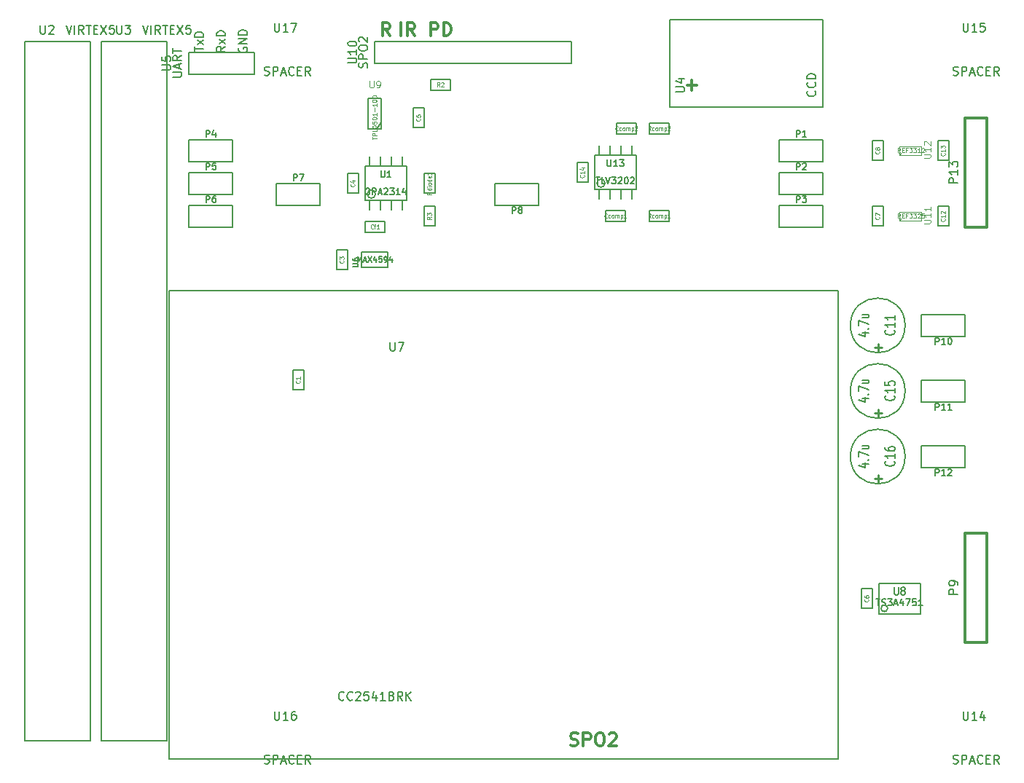
<source format=gto>
G04 (created by PCBNEW (2013-05-31 BZR 4019)-stable) date 8/21/2013 10:35:06 AM*
%MOIN*%
G04 Gerber Fmt 3.4, Leading zero omitted, Abs format*
%FSLAX34Y34*%
G01*
G70*
G90*
G04 APERTURE LIST*
%ADD10C,0.00590551*%
%ADD11C,0.011811*%
%ADD12C,0.008*%
%ADD13C,0.005*%
%ADD14C,0.0031*%
%ADD15C,0.012*%
%ADD16C,0.006*%
%ADD17C,0.0075*%
%ADD18C,0.0047*%
%ADD19C,0.0039*%
%ADD20C,0.0059*%
%ADD21C,0.0045*%
%ADD22C,0.01125*%
%ADD23C,0.003*%
G04 APERTURE END LIST*
G54D10*
G54D11*
X52275Y-12514D02*
X52724Y-12514D01*
X52500Y-12739D02*
X52500Y-12289D01*
X40550Y-10239D02*
X40550Y-9648D01*
X40775Y-9648D01*
X40831Y-9676D01*
X40859Y-9704D01*
X40887Y-9760D01*
X40887Y-9845D01*
X40859Y-9901D01*
X40831Y-9929D01*
X40775Y-9957D01*
X40550Y-9957D01*
X41140Y-10239D02*
X41140Y-9648D01*
X41281Y-9648D01*
X41365Y-9676D01*
X41421Y-9732D01*
X41449Y-9789D01*
X41478Y-9901D01*
X41478Y-9985D01*
X41449Y-10098D01*
X41421Y-10154D01*
X41365Y-10210D01*
X41281Y-10239D01*
X41140Y-10239D01*
X39204Y-10239D02*
X39204Y-9648D01*
X39823Y-10239D02*
X39626Y-9957D01*
X39485Y-10239D02*
X39485Y-9648D01*
X39710Y-9648D01*
X39767Y-9676D01*
X39795Y-9704D01*
X39823Y-9760D01*
X39823Y-9845D01*
X39795Y-9901D01*
X39767Y-9929D01*
X39710Y-9957D01*
X39485Y-9957D01*
X38682Y-10239D02*
X38485Y-9957D01*
X38345Y-10239D02*
X38345Y-9648D01*
X38570Y-9648D01*
X38626Y-9676D01*
X38654Y-9704D01*
X38682Y-9760D01*
X38682Y-9845D01*
X38654Y-9901D01*
X38626Y-9929D01*
X38570Y-9957D01*
X38345Y-9957D01*
X46945Y-42710D02*
X47029Y-42739D01*
X47170Y-42739D01*
X47226Y-42710D01*
X47254Y-42682D01*
X47282Y-42626D01*
X47282Y-42570D01*
X47254Y-42514D01*
X47226Y-42485D01*
X47170Y-42457D01*
X47057Y-42429D01*
X47001Y-42401D01*
X46973Y-42373D01*
X46945Y-42317D01*
X46945Y-42260D01*
X46973Y-42204D01*
X47001Y-42176D01*
X47057Y-42148D01*
X47198Y-42148D01*
X47282Y-42176D01*
X47535Y-42739D02*
X47535Y-42148D01*
X47760Y-42148D01*
X47817Y-42176D01*
X47845Y-42204D01*
X47873Y-42260D01*
X47873Y-42345D01*
X47845Y-42401D01*
X47817Y-42429D01*
X47760Y-42457D01*
X47535Y-42457D01*
X48239Y-42148D02*
X48351Y-42148D01*
X48407Y-42176D01*
X48464Y-42232D01*
X48492Y-42345D01*
X48492Y-42542D01*
X48464Y-42654D01*
X48407Y-42710D01*
X48351Y-42739D01*
X48239Y-42739D01*
X48182Y-42710D01*
X48126Y-42654D01*
X48098Y-42542D01*
X48098Y-42345D01*
X48126Y-42232D01*
X48182Y-42176D01*
X48239Y-42148D01*
X48717Y-42204D02*
X48745Y-42176D01*
X48801Y-42148D01*
X48942Y-42148D01*
X48998Y-42176D01*
X49026Y-42204D01*
X49054Y-42260D01*
X49054Y-42317D01*
X49026Y-42401D01*
X48688Y-42739D01*
X49054Y-42739D01*
G54D10*
X22000Y-10500D02*
X25000Y-10500D01*
X25000Y-10500D02*
X25000Y-42500D01*
X25000Y-42500D02*
X22000Y-42500D01*
X22000Y-42500D02*
X22000Y-10500D01*
X25500Y-10500D02*
X28500Y-10500D01*
X28500Y-10500D02*
X28500Y-42500D01*
X28500Y-42500D02*
X25500Y-42500D01*
X25500Y-42500D02*
X25500Y-10500D01*
X29500Y-12000D02*
X29500Y-11000D01*
X29500Y-11000D02*
X32500Y-11000D01*
X32500Y-11000D02*
X32500Y-12000D01*
X32500Y-12000D02*
X29500Y-12000D01*
G54D12*
X61050Y-35300D02*
X62950Y-35300D01*
X62950Y-35300D02*
X62950Y-36700D01*
X62950Y-36700D02*
X61050Y-36700D01*
X61050Y-36700D02*
X61050Y-35300D01*
X61450Y-36450D02*
G75*
G03X61450Y-36450I-150J0D01*
G74*
G01*
G54D13*
X37400Y-20850D02*
X37400Y-20150D01*
X37400Y-20150D02*
X38600Y-20150D01*
X38600Y-20150D02*
X38600Y-20850D01*
X38600Y-20850D02*
X37400Y-20850D01*
G54D14*
X62099Y-15638D02*
G75*
G03X62099Y-15638I-62J0D01*
G74*
G01*
X63000Y-15300D02*
X63000Y-15700D01*
X61975Y-15300D02*
X61975Y-15700D01*
X63000Y-15700D02*
X61975Y-15700D01*
X61975Y-15300D02*
X63000Y-15300D01*
X62099Y-18638D02*
G75*
G03X62099Y-18638I-62J0D01*
G74*
G01*
X63000Y-18300D02*
X63000Y-18700D01*
X61975Y-18300D02*
X61975Y-18700D01*
X63000Y-18700D02*
X61975Y-18700D01*
X61975Y-18300D02*
X63000Y-18300D01*
G54D13*
X37550Y-16220D02*
X37550Y-17780D01*
X37550Y-17780D02*
X39450Y-17780D01*
X39450Y-17780D02*
X39450Y-16220D01*
X39450Y-16220D02*
X37550Y-16220D01*
X37750Y-16220D02*
X37750Y-15790D01*
X38250Y-16220D02*
X38250Y-15790D01*
X38750Y-16220D02*
X38750Y-15790D01*
X39250Y-15790D02*
X39250Y-16220D01*
X39250Y-17780D02*
X39250Y-18210D01*
X38750Y-18210D02*
X38750Y-17780D01*
X38250Y-18210D02*
X38250Y-17780D01*
X37750Y-18210D02*
X37750Y-17780D01*
X38026Y-17490D02*
G75*
G03X38026Y-17490I-186J0D01*
G74*
G01*
X48050Y-15720D02*
X48050Y-17280D01*
X48050Y-17280D02*
X49950Y-17280D01*
X49950Y-17280D02*
X49950Y-15720D01*
X49950Y-15720D02*
X48050Y-15720D01*
X48250Y-15720D02*
X48250Y-15290D01*
X48750Y-15720D02*
X48750Y-15290D01*
X49250Y-15720D02*
X49250Y-15290D01*
X49750Y-15290D02*
X49750Y-15720D01*
X49750Y-17280D02*
X49750Y-17710D01*
X49250Y-17710D02*
X49250Y-17280D01*
X48750Y-17710D02*
X48750Y-17280D01*
X48250Y-17710D02*
X48250Y-17280D01*
X48526Y-16990D02*
G75*
G03X48526Y-16990I-186J0D01*
G74*
G01*
X63750Y-18950D02*
X63750Y-18050D01*
X63750Y-18050D02*
X64250Y-18050D01*
X64250Y-18050D02*
X64250Y-18950D01*
X64250Y-18950D02*
X63750Y-18950D01*
X37250Y-16550D02*
X37250Y-17450D01*
X37250Y-17450D02*
X36750Y-17450D01*
X36750Y-17450D02*
X36750Y-16550D01*
X36750Y-16550D02*
X37250Y-16550D01*
X36250Y-20950D02*
X36250Y-20050D01*
X36250Y-20050D02*
X36750Y-20050D01*
X36750Y-20050D02*
X36750Y-20950D01*
X36750Y-20950D02*
X36250Y-20950D01*
X39750Y-14450D02*
X39750Y-13550D01*
X39750Y-13550D02*
X40250Y-13550D01*
X40250Y-13550D02*
X40250Y-14450D01*
X40250Y-14450D02*
X39750Y-14450D01*
X47750Y-16050D02*
X47750Y-16950D01*
X47750Y-16950D02*
X47250Y-16950D01*
X47250Y-16950D02*
X47250Y-16050D01*
X47250Y-16050D02*
X47750Y-16050D01*
X60750Y-15950D02*
X60750Y-15050D01*
X60750Y-15050D02*
X61250Y-15050D01*
X61250Y-15050D02*
X61250Y-15950D01*
X61250Y-15950D02*
X60750Y-15950D01*
X60750Y-18950D02*
X60750Y-18050D01*
X60750Y-18050D02*
X61250Y-18050D01*
X61250Y-18050D02*
X61250Y-18950D01*
X61250Y-18950D02*
X60750Y-18950D01*
X63750Y-15950D02*
X63750Y-15050D01*
X63750Y-15050D02*
X64250Y-15050D01*
X64250Y-15050D02*
X64250Y-15950D01*
X64250Y-15950D02*
X63750Y-15950D01*
X60250Y-36450D02*
X60250Y-35550D01*
X60250Y-35550D02*
X60750Y-35550D01*
X60750Y-35550D02*
X60750Y-36450D01*
X60750Y-36450D02*
X60250Y-36450D01*
X41450Y-12750D02*
X40550Y-12750D01*
X40550Y-12750D02*
X40550Y-12250D01*
X40550Y-12250D02*
X41450Y-12250D01*
X41450Y-12250D02*
X41450Y-12750D01*
X40750Y-16550D02*
X40750Y-17450D01*
X40750Y-17450D02*
X40250Y-17450D01*
X40250Y-17450D02*
X40250Y-16550D01*
X40250Y-16550D02*
X40750Y-16550D01*
X34250Y-26450D02*
X34250Y-25550D01*
X34250Y-25550D02*
X34750Y-25550D01*
X34750Y-25550D02*
X34750Y-26450D01*
X34750Y-26450D02*
X34250Y-26450D01*
X51450Y-14750D02*
X50550Y-14750D01*
X50550Y-14750D02*
X50550Y-14250D01*
X50550Y-14250D02*
X51450Y-14250D01*
X51450Y-14250D02*
X51450Y-14750D01*
X51450Y-18750D02*
X50550Y-18750D01*
X50550Y-18750D02*
X50550Y-18250D01*
X50550Y-18250D02*
X51450Y-18250D01*
X51450Y-18250D02*
X51450Y-18750D01*
X49050Y-14250D02*
X49950Y-14250D01*
X49950Y-14250D02*
X49950Y-14750D01*
X49950Y-14750D02*
X49050Y-14750D01*
X49050Y-14750D02*
X49050Y-14250D01*
X48550Y-18250D02*
X49450Y-18250D01*
X49450Y-18250D02*
X49450Y-18750D01*
X49450Y-18750D02*
X48550Y-18750D01*
X48550Y-18750D02*
X48550Y-18250D01*
X38450Y-19250D02*
X37550Y-19250D01*
X37550Y-19250D02*
X37550Y-18750D01*
X37550Y-18750D02*
X38450Y-18750D01*
X38450Y-18750D02*
X38450Y-19250D01*
X40250Y-18950D02*
X40250Y-18050D01*
X40250Y-18050D02*
X40750Y-18050D01*
X40750Y-18050D02*
X40750Y-18950D01*
X40750Y-18950D02*
X40250Y-18950D01*
G54D15*
X65000Y-19000D02*
X66000Y-19000D01*
X66000Y-14000D02*
X65000Y-14000D01*
X65000Y-19000D02*
X65000Y-14000D01*
X66000Y-14000D02*
X66000Y-19000D01*
X65000Y-38000D02*
X66000Y-38000D01*
X66000Y-33000D02*
X65000Y-33000D01*
X65000Y-38000D02*
X65000Y-33000D01*
X66000Y-33000D02*
X66000Y-38000D01*
G54D16*
X65000Y-29000D02*
X65000Y-30000D01*
X65000Y-30000D02*
X63000Y-30000D01*
X63000Y-30000D02*
X63000Y-29000D01*
X63000Y-29000D02*
X65000Y-29000D01*
X29500Y-19000D02*
X29500Y-18000D01*
X29500Y-18000D02*
X31500Y-18000D01*
X31500Y-18000D02*
X31500Y-19000D01*
X31500Y-19000D02*
X29500Y-19000D01*
X29500Y-17500D02*
X29500Y-16500D01*
X29500Y-16500D02*
X31500Y-16500D01*
X31500Y-16500D02*
X31500Y-17500D01*
X31500Y-17500D02*
X29500Y-17500D01*
X29500Y-16000D02*
X29500Y-15000D01*
X29500Y-15000D02*
X31500Y-15000D01*
X31500Y-15000D02*
X31500Y-16000D01*
X31500Y-16000D02*
X29500Y-16000D01*
X45500Y-17000D02*
X45500Y-18000D01*
X45500Y-18000D02*
X43500Y-18000D01*
X43500Y-18000D02*
X43500Y-17000D01*
X43500Y-17000D02*
X45500Y-17000D01*
X33500Y-18000D02*
X33500Y-17000D01*
X33500Y-17000D02*
X35500Y-17000D01*
X35500Y-17000D02*
X35500Y-18000D01*
X35500Y-18000D02*
X33500Y-18000D01*
X65000Y-23000D02*
X65000Y-24000D01*
X65000Y-24000D02*
X63000Y-24000D01*
X63000Y-24000D02*
X63000Y-23000D01*
X63000Y-23000D02*
X65000Y-23000D01*
X65000Y-26000D02*
X65000Y-27000D01*
X65000Y-27000D02*
X63000Y-27000D01*
X63000Y-27000D02*
X63000Y-26000D01*
X63000Y-26000D02*
X65000Y-26000D01*
X56500Y-16000D02*
X56500Y-15000D01*
X56500Y-15000D02*
X58500Y-15000D01*
X58500Y-15000D02*
X58500Y-16000D01*
X58500Y-16000D02*
X56500Y-16000D01*
X56500Y-17500D02*
X56500Y-16500D01*
X56500Y-16500D02*
X58500Y-16500D01*
X58500Y-16500D02*
X58500Y-17500D01*
X58500Y-17500D02*
X56500Y-17500D01*
X56500Y-19000D02*
X56500Y-18000D01*
X56500Y-18000D02*
X58500Y-18000D01*
X58500Y-18000D02*
X58500Y-19000D01*
X58500Y-19000D02*
X56500Y-19000D01*
G54D10*
X51500Y-13500D02*
X51500Y-9500D01*
X51500Y-9500D02*
X58500Y-9500D01*
X58500Y-9500D02*
X58500Y-13500D01*
X58500Y-13500D02*
X51500Y-13500D01*
X31500Y-21900D02*
X28950Y-21900D01*
X28950Y-21900D02*
X28600Y-21900D01*
X28600Y-21900D02*
X28600Y-43350D01*
X28600Y-43350D02*
X31500Y-43350D01*
X56500Y-21900D02*
X59200Y-21900D01*
X59200Y-21900D02*
X59200Y-43350D01*
X59200Y-43350D02*
X56500Y-43350D01*
X31500Y-21900D02*
X56500Y-21900D01*
X31500Y-43350D02*
X56500Y-43350D01*
G54D13*
X62250Y-29500D02*
G75*
G03X62250Y-29500I-1250J0D01*
G74*
G01*
X62250Y-23500D02*
G75*
G03X62250Y-23500I-1250J0D01*
G74*
G01*
X62250Y-26500D02*
G75*
G03X62250Y-26500I-1250J0D01*
G74*
G01*
G54D10*
X38000Y-11500D02*
X38000Y-10500D01*
X38000Y-10500D02*
X47000Y-10500D01*
X47000Y-10500D02*
X47000Y-11500D01*
X47000Y-11500D02*
X38000Y-11500D01*
G54D13*
X37700Y-13500D02*
X37700Y-13100D01*
X37700Y-13100D02*
X38300Y-13100D01*
X38300Y-13100D02*
X38300Y-13500D01*
X38300Y-14200D02*
X38100Y-14500D01*
X38300Y-13500D02*
X38300Y-14525D01*
X38300Y-14525D02*
X37700Y-14525D01*
X37700Y-14525D02*
X37700Y-13500D01*
G54D10*
X22700Y-9765D02*
X22700Y-10084D01*
X22718Y-10121D01*
X22737Y-10140D01*
X22775Y-10159D01*
X22850Y-10159D01*
X22887Y-10140D01*
X22906Y-10121D01*
X22925Y-10084D01*
X22925Y-9765D01*
X23093Y-9803D02*
X23112Y-9784D01*
X23149Y-9765D01*
X23243Y-9765D01*
X23281Y-9784D01*
X23299Y-9803D01*
X23318Y-9840D01*
X23318Y-9878D01*
X23299Y-9934D01*
X23074Y-10159D01*
X23318Y-10159D01*
X23875Y-9765D02*
X24006Y-10159D01*
X24137Y-9765D01*
X24268Y-10159D02*
X24268Y-9765D01*
X24681Y-10159D02*
X24550Y-9971D01*
X24456Y-10159D02*
X24456Y-9765D01*
X24606Y-9765D01*
X24643Y-9784D01*
X24662Y-9803D01*
X24681Y-9840D01*
X24681Y-9896D01*
X24662Y-9934D01*
X24643Y-9953D01*
X24606Y-9971D01*
X24456Y-9971D01*
X24793Y-9765D02*
X25018Y-9765D01*
X24906Y-10159D02*
X24906Y-9765D01*
X25149Y-9953D02*
X25281Y-9953D01*
X25337Y-10159D02*
X25149Y-10159D01*
X25149Y-9765D01*
X25337Y-9765D01*
X25468Y-9765D02*
X25731Y-10159D01*
X25731Y-9765D02*
X25468Y-10159D01*
X26068Y-9765D02*
X25881Y-9765D01*
X25862Y-9953D01*
X25881Y-9934D01*
X25918Y-9915D01*
X26012Y-9915D01*
X26049Y-9934D01*
X26068Y-9953D01*
X26087Y-9990D01*
X26087Y-10084D01*
X26068Y-10121D01*
X26049Y-10140D01*
X26012Y-10159D01*
X25918Y-10159D01*
X25881Y-10140D01*
X25862Y-10121D01*
X26200Y-9765D02*
X26200Y-10084D01*
X26218Y-10121D01*
X26237Y-10140D01*
X26275Y-10159D01*
X26350Y-10159D01*
X26387Y-10140D01*
X26406Y-10121D01*
X26425Y-10084D01*
X26425Y-9765D01*
X26574Y-9765D02*
X26818Y-9765D01*
X26687Y-9915D01*
X26743Y-9915D01*
X26781Y-9934D01*
X26799Y-9953D01*
X26818Y-9990D01*
X26818Y-10084D01*
X26799Y-10121D01*
X26781Y-10140D01*
X26743Y-10159D01*
X26631Y-10159D01*
X26593Y-10140D01*
X26574Y-10121D01*
X27375Y-9765D02*
X27506Y-10159D01*
X27637Y-9765D01*
X27768Y-10159D02*
X27768Y-9765D01*
X28181Y-10159D02*
X28050Y-9971D01*
X27956Y-10159D02*
X27956Y-9765D01*
X28106Y-9765D01*
X28143Y-9784D01*
X28162Y-9803D01*
X28181Y-9840D01*
X28181Y-9896D01*
X28162Y-9934D01*
X28143Y-9953D01*
X28106Y-9971D01*
X27956Y-9971D01*
X28293Y-9765D02*
X28518Y-9765D01*
X28406Y-10159D02*
X28406Y-9765D01*
X28649Y-9953D02*
X28781Y-9953D01*
X28837Y-10159D02*
X28649Y-10159D01*
X28649Y-9765D01*
X28837Y-9765D01*
X28968Y-9765D02*
X29231Y-10159D01*
X29231Y-9765D02*
X28968Y-10159D01*
X29568Y-9765D02*
X29381Y-9765D01*
X29362Y-9953D01*
X29381Y-9934D01*
X29418Y-9915D01*
X29512Y-9915D01*
X29549Y-9934D01*
X29568Y-9953D01*
X29587Y-9990D01*
X29587Y-10084D01*
X29568Y-10121D01*
X29549Y-10140D01*
X29512Y-10159D01*
X29418Y-10159D01*
X29381Y-10140D01*
X29362Y-10121D01*
X28265Y-11799D02*
X28584Y-11799D01*
X28621Y-11781D01*
X28640Y-11762D01*
X28659Y-11724D01*
X28659Y-11649D01*
X28640Y-11612D01*
X28621Y-11593D01*
X28584Y-11574D01*
X28265Y-11574D01*
X28265Y-11200D02*
X28265Y-11387D01*
X28453Y-11406D01*
X28434Y-11387D01*
X28415Y-11350D01*
X28415Y-11256D01*
X28434Y-11218D01*
X28453Y-11200D01*
X28490Y-11181D01*
X28584Y-11181D01*
X28621Y-11200D01*
X28640Y-11218D01*
X28659Y-11256D01*
X28659Y-11350D01*
X28640Y-11387D01*
X28621Y-11406D01*
X28765Y-12128D02*
X29084Y-12128D01*
X29121Y-12109D01*
X29140Y-12090D01*
X29159Y-12053D01*
X29159Y-11978D01*
X29140Y-11940D01*
X29121Y-11921D01*
X29084Y-11903D01*
X28765Y-11903D01*
X29046Y-11734D02*
X29046Y-11546D01*
X29159Y-11771D02*
X28765Y-11640D01*
X29159Y-11509D01*
X29159Y-11153D02*
X28971Y-11284D01*
X29159Y-11378D02*
X28765Y-11378D01*
X28765Y-11228D01*
X28784Y-11190D01*
X28803Y-11171D01*
X28840Y-11153D01*
X28896Y-11153D01*
X28934Y-11171D01*
X28953Y-11190D01*
X28971Y-11228D01*
X28971Y-11378D01*
X28765Y-11040D02*
X28765Y-10815D01*
X29159Y-10928D02*
X28765Y-10928D01*
X31784Y-10799D02*
X31765Y-10837D01*
X31765Y-10893D01*
X31784Y-10949D01*
X31821Y-10987D01*
X31859Y-11006D01*
X31934Y-11024D01*
X31990Y-11024D01*
X32065Y-11006D01*
X32103Y-10987D01*
X32140Y-10949D01*
X32159Y-10893D01*
X32159Y-10856D01*
X32140Y-10799D01*
X32121Y-10781D01*
X31990Y-10781D01*
X31990Y-10856D01*
X32159Y-10612D02*
X31765Y-10612D01*
X32159Y-10387D01*
X31765Y-10387D01*
X32159Y-10200D02*
X31765Y-10200D01*
X31765Y-10106D01*
X31784Y-10050D01*
X31821Y-10012D01*
X31859Y-9993D01*
X31934Y-9975D01*
X31990Y-9975D01*
X32065Y-9993D01*
X32103Y-10012D01*
X32140Y-10050D01*
X32159Y-10106D01*
X32159Y-10200D01*
X31159Y-10734D02*
X30971Y-10865D01*
X31159Y-10959D02*
X30765Y-10959D01*
X30765Y-10809D01*
X30784Y-10771D01*
X30803Y-10753D01*
X30840Y-10734D01*
X30896Y-10734D01*
X30934Y-10753D01*
X30953Y-10771D01*
X30971Y-10809D01*
X30971Y-10959D01*
X31159Y-10603D02*
X30896Y-10396D01*
X30896Y-10603D02*
X31159Y-10396D01*
X31159Y-10246D02*
X30765Y-10246D01*
X30765Y-10153D01*
X30784Y-10096D01*
X30821Y-10059D01*
X30859Y-10040D01*
X30934Y-10021D01*
X30990Y-10021D01*
X31065Y-10040D01*
X31103Y-10059D01*
X31140Y-10096D01*
X31159Y-10153D01*
X31159Y-10246D01*
X29765Y-10968D02*
X29765Y-10743D01*
X30159Y-10856D02*
X29765Y-10856D01*
X30159Y-10649D02*
X29896Y-10443D01*
X29896Y-10649D02*
X30159Y-10443D01*
X30159Y-10293D02*
X29765Y-10293D01*
X29765Y-10200D01*
X29784Y-10143D01*
X29821Y-10106D01*
X29859Y-10087D01*
X29934Y-10068D01*
X29990Y-10068D01*
X30065Y-10087D01*
X30103Y-10106D01*
X30140Y-10143D01*
X30159Y-10200D01*
X30159Y-10293D01*
G54D17*
X61771Y-35491D02*
X61771Y-35775D01*
X61785Y-35808D01*
X61800Y-35825D01*
X61828Y-35841D01*
X61885Y-35841D01*
X61914Y-35825D01*
X61928Y-35808D01*
X61942Y-35775D01*
X61942Y-35491D01*
X62128Y-35641D02*
X62100Y-35625D01*
X62085Y-35608D01*
X62071Y-35575D01*
X62071Y-35558D01*
X62085Y-35525D01*
X62100Y-35508D01*
X62128Y-35491D01*
X62185Y-35491D01*
X62214Y-35508D01*
X62228Y-35525D01*
X62242Y-35558D01*
X62242Y-35575D01*
X62228Y-35608D01*
X62214Y-35625D01*
X62185Y-35641D01*
X62128Y-35641D01*
X62100Y-35658D01*
X62085Y-35675D01*
X62071Y-35708D01*
X62071Y-35775D01*
X62085Y-35808D01*
X62100Y-35825D01*
X62128Y-35841D01*
X62185Y-35841D01*
X62214Y-35825D01*
X62228Y-35808D01*
X62242Y-35775D01*
X62242Y-35708D01*
X62228Y-35675D01*
X62214Y-35658D01*
X62185Y-35641D01*
X60928Y-36021D02*
X61100Y-36021D01*
X61014Y-36321D02*
X61014Y-36021D01*
X61185Y-36307D02*
X61228Y-36321D01*
X61300Y-36321D01*
X61328Y-36307D01*
X61342Y-36292D01*
X61357Y-36264D01*
X61357Y-36235D01*
X61342Y-36207D01*
X61328Y-36192D01*
X61300Y-36178D01*
X61242Y-36164D01*
X61214Y-36150D01*
X61200Y-36135D01*
X61185Y-36107D01*
X61185Y-36078D01*
X61200Y-36050D01*
X61214Y-36035D01*
X61242Y-36021D01*
X61314Y-36021D01*
X61357Y-36035D01*
X61457Y-36021D02*
X61642Y-36021D01*
X61542Y-36135D01*
X61585Y-36135D01*
X61614Y-36150D01*
X61628Y-36164D01*
X61642Y-36192D01*
X61642Y-36264D01*
X61628Y-36292D01*
X61614Y-36307D01*
X61585Y-36321D01*
X61500Y-36321D01*
X61471Y-36307D01*
X61457Y-36292D01*
X61757Y-36235D02*
X61900Y-36235D01*
X61728Y-36321D02*
X61828Y-36021D01*
X61928Y-36321D01*
X62157Y-36121D02*
X62157Y-36321D01*
X62085Y-36007D02*
X62014Y-36221D01*
X62200Y-36221D01*
X62285Y-36021D02*
X62485Y-36021D01*
X62357Y-36321D01*
X62742Y-36021D02*
X62600Y-36021D01*
X62585Y-36164D01*
X62600Y-36150D01*
X62628Y-36135D01*
X62700Y-36135D01*
X62728Y-36150D01*
X62742Y-36164D01*
X62757Y-36192D01*
X62757Y-36264D01*
X62742Y-36292D01*
X62728Y-36307D01*
X62700Y-36321D01*
X62628Y-36321D01*
X62600Y-36307D01*
X62585Y-36292D01*
X63042Y-36321D02*
X62871Y-36321D01*
X62957Y-36321D02*
X62957Y-36021D01*
X62928Y-36064D01*
X62899Y-36092D01*
X62871Y-36107D01*
G54D13*
X36985Y-20808D02*
X37187Y-20808D01*
X37211Y-20796D01*
X37223Y-20784D01*
X37235Y-20760D01*
X37235Y-20713D01*
X37223Y-20689D01*
X37211Y-20677D01*
X37187Y-20665D01*
X36985Y-20665D01*
X36985Y-20439D02*
X36985Y-20487D01*
X36997Y-20510D01*
X37009Y-20522D01*
X37044Y-20546D01*
X37092Y-20558D01*
X37187Y-20558D01*
X37211Y-20546D01*
X37223Y-20534D01*
X37235Y-20510D01*
X37235Y-20463D01*
X37223Y-20439D01*
X37211Y-20427D01*
X37187Y-20415D01*
X37128Y-20415D01*
X37104Y-20427D01*
X37092Y-20439D01*
X37080Y-20463D01*
X37080Y-20510D01*
X37092Y-20534D01*
X37104Y-20546D01*
X37128Y-20558D01*
X37214Y-20601D02*
X37214Y-20351D01*
X37297Y-20529D01*
X37380Y-20351D01*
X37380Y-20601D01*
X37488Y-20529D02*
X37607Y-20529D01*
X37464Y-20601D02*
X37547Y-20351D01*
X37630Y-20601D01*
X37690Y-20351D02*
X37857Y-20601D01*
X37857Y-20351D02*
X37690Y-20601D01*
X38059Y-20434D02*
X38059Y-20601D01*
X38000Y-20339D02*
X37940Y-20517D01*
X38095Y-20517D01*
X38309Y-20351D02*
X38190Y-20351D01*
X38178Y-20470D01*
X38190Y-20458D01*
X38214Y-20446D01*
X38273Y-20446D01*
X38297Y-20458D01*
X38309Y-20470D01*
X38321Y-20494D01*
X38321Y-20553D01*
X38309Y-20577D01*
X38297Y-20589D01*
X38273Y-20601D01*
X38214Y-20601D01*
X38190Y-20589D01*
X38178Y-20577D01*
X38440Y-20601D02*
X38488Y-20601D01*
X38511Y-20589D01*
X38523Y-20577D01*
X38547Y-20541D01*
X38559Y-20494D01*
X38559Y-20398D01*
X38547Y-20375D01*
X38535Y-20363D01*
X38511Y-20351D01*
X38464Y-20351D01*
X38440Y-20363D01*
X38428Y-20375D01*
X38416Y-20398D01*
X38416Y-20458D01*
X38428Y-20482D01*
X38440Y-20494D01*
X38464Y-20505D01*
X38511Y-20505D01*
X38535Y-20494D01*
X38547Y-20482D01*
X38559Y-20458D01*
X38773Y-20434D02*
X38773Y-20601D01*
X38714Y-20339D02*
X38654Y-20517D01*
X38809Y-20517D01*
G54D18*
X63108Y-15832D02*
X63351Y-15832D01*
X63379Y-15818D01*
X63394Y-15803D01*
X63408Y-15775D01*
X63408Y-15718D01*
X63394Y-15689D01*
X63379Y-15675D01*
X63351Y-15661D01*
X63108Y-15661D01*
X63408Y-15361D02*
X63408Y-15532D01*
X63408Y-15446D02*
X63108Y-15446D01*
X63151Y-15475D01*
X63179Y-15503D01*
X63194Y-15532D01*
X63137Y-15246D02*
X63122Y-15232D01*
X63108Y-15203D01*
X63108Y-15132D01*
X63122Y-15103D01*
X63137Y-15089D01*
X63165Y-15075D01*
X63194Y-15075D01*
X63237Y-15089D01*
X63408Y-15261D01*
X63408Y-15075D01*
G54D19*
X62037Y-15579D02*
X61971Y-15485D01*
X61924Y-15579D02*
X61924Y-15382D01*
X61999Y-15382D01*
X62018Y-15392D01*
X62027Y-15401D01*
X62037Y-15420D01*
X62037Y-15448D01*
X62027Y-15467D01*
X62018Y-15476D01*
X61999Y-15485D01*
X61924Y-15485D01*
X62121Y-15476D02*
X62187Y-15476D01*
X62215Y-15579D02*
X62121Y-15579D01*
X62121Y-15382D01*
X62215Y-15382D01*
X62365Y-15476D02*
X62299Y-15476D01*
X62299Y-15579D02*
X62299Y-15382D01*
X62393Y-15382D01*
X62449Y-15382D02*
X62571Y-15382D01*
X62506Y-15457D01*
X62534Y-15457D01*
X62553Y-15467D01*
X62562Y-15476D01*
X62571Y-15495D01*
X62571Y-15542D01*
X62562Y-15560D01*
X62553Y-15570D01*
X62534Y-15579D01*
X62478Y-15579D01*
X62459Y-15570D01*
X62449Y-15560D01*
X62637Y-15382D02*
X62759Y-15382D01*
X62693Y-15457D01*
X62722Y-15457D01*
X62740Y-15467D01*
X62750Y-15476D01*
X62759Y-15495D01*
X62759Y-15542D01*
X62750Y-15560D01*
X62740Y-15570D01*
X62722Y-15579D01*
X62665Y-15579D01*
X62646Y-15570D01*
X62637Y-15560D01*
X62947Y-15579D02*
X62834Y-15579D01*
X62890Y-15579D02*
X62890Y-15382D01*
X62872Y-15410D01*
X62853Y-15429D01*
X62834Y-15439D01*
X63022Y-15401D02*
X63031Y-15392D01*
X63050Y-15382D01*
X63097Y-15382D01*
X63116Y-15392D01*
X63125Y-15401D01*
X63134Y-15420D01*
X63134Y-15439D01*
X63125Y-15467D01*
X63012Y-15579D01*
X63134Y-15579D01*
G54D18*
X63108Y-18832D02*
X63351Y-18832D01*
X63379Y-18818D01*
X63394Y-18803D01*
X63408Y-18775D01*
X63408Y-18718D01*
X63394Y-18689D01*
X63379Y-18675D01*
X63351Y-18661D01*
X63108Y-18661D01*
X63408Y-18361D02*
X63408Y-18532D01*
X63408Y-18446D02*
X63108Y-18446D01*
X63151Y-18475D01*
X63179Y-18503D01*
X63194Y-18532D01*
X63408Y-18075D02*
X63408Y-18246D01*
X63408Y-18161D02*
X63108Y-18161D01*
X63151Y-18189D01*
X63179Y-18218D01*
X63194Y-18246D01*
G54D19*
X62037Y-18579D02*
X61971Y-18485D01*
X61924Y-18579D02*
X61924Y-18382D01*
X61999Y-18382D01*
X62018Y-18392D01*
X62027Y-18401D01*
X62037Y-18420D01*
X62037Y-18448D01*
X62027Y-18467D01*
X62018Y-18476D01*
X61999Y-18485D01*
X61924Y-18485D01*
X62121Y-18476D02*
X62187Y-18476D01*
X62215Y-18579D02*
X62121Y-18579D01*
X62121Y-18382D01*
X62215Y-18382D01*
X62365Y-18476D02*
X62299Y-18476D01*
X62299Y-18579D02*
X62299Y-18382D01*
X62393Y-18382D01*
X62449Y-18382D02*
X62571Y-18382D01*
X62506Y-18457D01*
X62534Y-18457D01*
X62553Y-18467D01*
X62562Y-18476D01*
X62571Y-18495D01*
X62571Y-18542D01*
X62562Y-18560D01*
X62553Y-18570D01*
X62534Y-18579D01*
X62478Y-18579D01*
X62459Y-18570D01*
X62449Y-18560D01*
X62637Y-18382D02*
X62759Y-18382D01*
X62693Y-18457D01*
X62722Y-18457D01*
X62740Y-18467D01*
X62750Y-18476D01*
X62759Y-18495D01*
X62759Y-18542D01*
X62750Y-18560D01*
X62740Y-18570D01*
X62722Y-18579D01*
X62665Y-18579D01*
X62646Y-18570D01*
X62637Y-18560D01*
X62834Y-18401D02*
X62843Y-18392D01*
X62862Y-18382D01*
X62909Y-18382D01*
X62928Y-18392D01*
X62937Y-18401D01*
X62947Y-18420D01*
X62947Y-18439D01*
X62937Y-18467D01*
X62825Y-18579D01*
X62947Y-18579D01*
X63125Y-18382D02*
X63031Y-18382D01*
X63022Y-18476D01*
X63031Y-18467D01*
X63050Y-18457D01*
X63097Y-18457D01*
X63116Y-18467D01*
X63125Y-18476D01*
X63134Y-18495D01*
X63134Y-18542D01*
X63125Y-18560D01*
X63116Y-18570D01*
X63097Y-18579D01*
X63050Y-18579D01*
X63031Y-18570D01*
X63022Y-18560D01*
G54D20*
X38275Y-16424D02*
X38275Y-16663D01*
X38289Y-16691D01*
X38303Y-16705D01*
X38331Y-16719D01*
X38387Y-16719D01*
X38415Y-16705D01*
X38429Y-16691D01*
X38443Y-16663D01*
X38443Y-16424D01*
X38738Y-16719D02*
X38570Y-16719D01*
X38654Y-16719D02*
X38654Y-16424D01*
X38626Y-16466D01*
X38598Y-16494D01*
X38570Y-16508D01*
X37636Y-17224D02*
X37692Y-17224D01*
X37720Y-17238D01*
X37748Y-17266D01*
X37762Y-17322D01*
X37762Y-17421D01*
X37748Y-17477D01*
X37720Y-17505D01*
X37692Y-17519D01*
X37636Y-17519D01*
X37607Y-17505D01*
X37579Y-17477D01*
X37565Y-17421D01*
X37565Y-17322D01*
X37579Y-17266D01*
X37607Y-17238D01*
X37636Y-17224D01*
X37888Y-17519D02*
X37888Y-17224D01*
X38001Y-17224D01*
X38029Y-17238D01*
X38043Y-17252D01*
X38057Y-17280D01*
X38057Y-17322D01*
X38043Y-17350D01*
X38029Y-17364D01*
X38001Y-17378D01*
X37888Y-17378D01*
X38169Y-17435D02*
X38310Y-17435D01*
X38141Y-17519D02*
X38240Y-17224D01*
X38338Y-17519D01*
X38422Y-17252D02*
X38436Y-17238D01*
X38464Y-17224D01*
X38535Y-17224D01*
X38563Y-17238D01*
X38577Y-17252D01*
X38591Y-17280D01*
X38591Y-17308D01*
X38577Y-17350D01*
X38408Y-17519D01*
X38591Y-17519D01*
X38689Y-17224D02*
X38872Y-17224D01*
X38773Y-17336D01*
X38816Y-17336D01*
X38844Y-17350D01*
X38858Y-17364D01*
X38872Y-17392D01*
X38872Y-17463D01*
X38858Y-17491D01*
X38844Y-17505D01*
X38816Y-17519D01*
X38731Y-17519D01*
X38703Y-17505D01*
X38689Y-17491D01*
X39153Y-17519D02*
X38984Y-17519D01*
X39068Y-17519D02*
X39068Y-17224D01*
X39040Y-17266D01*
X39012Y-17294D01*
X38984Y-17308D01*
X39406Y-17322D02*
X39406Y-17519D01*
X39335Y-17210D02*
X39265Y-17421D01*
X39448Y-17421D01*
X48634Y-15924D02*
X48634Y-16163D01*
X48648Y-16191D01*
X48662Y-16205D01*
X48690Y-16219D01*
X48747Y-16219D01*
X48775Y-16205D01*
X48789Y-16191D01*
X48803Y-16163D01*
X48803Y-15924D01*
X49098Y-16219D02*
X48929Y-16219D01*
X49014Y-16219D02*
X49014Y-15924D01*
X48985Y-15966D01*
X48957Y-15994D01*
X48929Y-16008D01*
X49196Y-15924D02*
X49379Y-15924D01*
X49280Y-16036D01*
X49323Y-16036D01*
X49351Y-16050D01*
X49365Y-16064D01*
X49379Y-16092D01*
X49379Y-16163D01*
X49365Y-16191D01*
X49351Y-16205D01*
X49323Y-16219D01*
X49238Y-16219D01*
X49210Y-16205D01*
X49196Y-16191D01*
X48107Y-16724D02*
X48276Y-16724D01*
X48192Y-17019D02*
X48192Y-16724D01*
X48515Y-17019D02*
X48374Y-17019D01*
X48374Y-16724D01*
X48571Y-16724D02*
X48669Y-17019D01*
X48768Y-16724D01*
X48838Y-16724D02*
X49021Y-16724D01*
X48922Y-16836D01*
X48964Y-16836D01*
X48992Y-16850D01*
X49007Y-16864D01*
X49021Y-16892D01*
X49021Y-16963D01*
X49007Y-16991D01*
X48992Y-17005D01*
X48964Y-17019D01*
X48880Y-17019D01*
X48852Y-17005D01*
X48838Y-16991D01*
X49133Y-16752D02*
X49147Y-16738D01*
X49175Y-16724D01*
X49245Y-16724D01*
X49273Y-16738D01*
X49287Y-16752D01*
X49302Y-16780D01*
X49302Y-16808D01*
X49287Y-16850D01*
X49119Y-17019D01*
X49302Y-17019D01*
X49484Y-16724D02*
X49512Y-16724D01*
X49540Y-16738D01*
X49554Y-16752D01*
X49568Y-16780D01*
X49582Y-16836D01*
X49582Y-16907D01*
X49568Y-16963D01*
X49554Y-16991D01*
X49540Y-17005D01*
X49512Y-17019D01*
X49484Y-17019D01*
X49456Y-17005D01*
X49442Y-16991D01*
X49428Y-16963D01*
X49414Y-16907D01*
X49414Y-16836D01*
X49428Y-16780D01*
X49442Y-16752D01*
X49456Y-16738D01*
X49484Y-16724D01*
X49695Y-16752D02*
X49709Y-16738D01*
X49737Y-16724D01*
X49807Y-16724D01*
X49835Y-16738D01*
X49849Y-16752D01*
X49863Y-16780D01*
X49863Y-16808D01*
X49849Y-16850D01*
X49681Y-17019D01*
X49863Y-17019D01*
G54D21*
X64061Y-18615D02*
X64071Y-18624D01*
X64080Y-18650D01*
X64080Y-18667D01*
X64071Y-18692D01*
X64052Y-18710D01*
X64033Y-18718D01*
X63995Y-18727D01*
X63966Y-18727D01*
X63928Y-18718D01*
X63909Y-18710D01*
X63890Y-18692D01*
X63880Y-18667D01*
X63880Y-18650D01*
X63890Y-18624D01*
X63900Y-18615D01*
X64080Y-18444D02*
X64080Y-18547D01*
X64080Y-18495D02*
X63880Y-18495D01*
X63909Y-18512D01*
X63928Y-18530D01*
X63938Y-18547D01*
X63900Y-18375D02*
X63890Y-18367D01*
X63880Y-18350D01*
X63880Y-18307D01*
X63890Y-18290D01*
X63900Y-18281D01*
X63919Y-18272D01*
X63938Y-18272D01*
X63966Y-18281D01*
X64080Y-18384D01*
X64080Y-18272D01*
X37061Y-17030D02*
X37071Y-17038D01*
X37080Y-17064D01*
X37080Y-17081D01*
X37071Y-17107D01*
X37052Y-17124D01*
X37033Y-17132D01*
X36995Y-17141D01*
X36966Y-17141D01*
X36928Y-17132D01*
X36909Y-17124D01*
X36890Y-17107D01*
X36880Y-17081D01*
X36880Y-17064D01*
X36890Y-17038D01*
X36900Y-17030D01*
X36947Y-16875D02*
X37080Y-16875D01*
X36871Y-16918D02*
X37014Y-16961D01*
X37014Y-16850D01*
X36561Y-20530D02*
X36571Y-20538D01*
X36580Y-20564D01*
X36580Y-20581D01*
X36571Y-20607D01*
X36552Y-20624D01*
X36533Y-20632D01*
X36495Y-20641D01*
X36466Y-20641D01*
X36428Y-20632D01*
X36409Y-20624D01*
X36390Y-20607D01*
X36380Y-20581D01*
X36380Y-20564D01*
X36390Y-20538D01*
X36400Y-20530D01*
X36380Y-20470D02*
X36380Y-20358D01*
X36457Y-20418D01*
X36457Y-20392D01*
X36466Y-20375D01*
X36476Y-20367D01*
X36495Y-20358D01*
X36542Y-20358D01*
X36561Y-20367D01*
X36571Y-20375D01*
X36580Y-20392D01*
X36580Y-20444D01*
X36571Y-20461D01*
X36561Y-20470D01*
X40061Y-14030D02*
X40071Y-14038D01*
X40080Y-14064D01*
X40080Y-14081D01*
X40071Y-14107D01*
X40052Y-14124D01*
X40033Y-14132D01*
X39995Y-14141D01*
X39966Y-14141D01*
X39928Y-14132D01*
X39909Y-14124D01*
X39890Y-14107D01*
X39880Y-14081D01*
X39880Y-14064D01*
X39890Y-14038D01*
X39900Y-14030D01*
X39880Y-13867D02*
X39880Y-13952D01*
X39976Y-13961D01*
X39966Y-13952D01*
X39957Y-13935D01*
X39957Y-13892D01*
X39966Y-13875D01*
X39976Y-13867D01*
X39995Y-13858D01*
X40042Y-13858D01*
X40061Y-13867D01*
X40071Y-13875D01*
X40080Y-13892D01*
X40080Y-13935D01*
X40071Y-13952D01*
X40061Y-13961D01*
X47561Y-16615D02*
X47571Y-16624D01*
X47580Y-16650D01*
X47580Y-16667D01*
X47571Y-16692D01*
X47552Y-16710D01*
X47533Y-16718D01*
X47495Y-16727D01*
X47466Y-16727D01*
X47428Y-16718D01*
X47409Y-16710D01*
X47390Y-16692D01*
X47380Y-16667D01*
X47380Y-16650D01*
X47390Y-16624D01*
X47400Y-16615D01*
X47580Y-16444D02*
X47580Y-16547D01*
X47580Y-16495D02*
X47380Y-16495D01*
X47409Y-16512D01*
X47428Y-16530D01*
X47438Y-16547D01*
X47447Y-16290D02*
X47580Y-16290D01*
X47371Y-16332D02*
X47514Y-16375D01*
X47514Y-16264D01*
X61061Y-15530D02*
X61071Y-15538D01*
X61080Y-15564D01*
X61080Y-15581D01*
X61071Y-15607D01*
X61052Y-15624D01*
X61033Y-15632D01*
X60995Y-15641D01*
X60966Y-15641D01*
X60928Y-15632D01*
X60909Y-15624D01*
X60890Y-15607D01*
X60880Y-15581D01*
X60880Y-15564D01*
X60890Y-15538D01*
X60900Y-15530D01*
X60966Y-15427D02*
X60957Y-15444D01*
X60947Y-15452D01*
X60928Y-15461D01*
X60919Y-15461D01*
X60900Y-15452D01*
X60890Y-15444D01*
X60880Y-15427D01*
X60880Y-15392D01*
X60890Y-15375D01*
X60900Y-15367D01*
X60919Y-15358D01*
X60928Y-15358D01*
X60947Y-15367D01*
X60957Y-15375D01*
X60966Y-15392D01*
X60966Y-15427D01*
X60976Y-15444D01*
X60985Y-15452D01*
X61004Y-15461D01*
X61042Y-15461D01*
X61061Y-15452D01*
X61071Y-15444D01*
X61080Y-15427D01*
X61080Y-15392D01*
X61071Y-15375D01*
X61061Y-15367D01*
X61042Y-15358D01*
X61004Y-15358D01*
X60985Y-15367D01*
X60976Y-15375D01*
X60966Y-15392D01*
X61061Y-18530D02*
X61071Y-18538D01*
X61080Y-18564D01*
X61080Y-18581D01*
X61071Y-18607D01*
X61052Y-18624D01*
X61033Y-18632D01*
X60995Y-18641D01*
X60966Y-18641D01*
X60928Y-18632D01*
X60909Y-18624D01*
X60890Y-18607D01*
X60880Y-18581D01*
X60880Y-18564D01*
X60890Y-18538D01*
X60900Y-18530D01*
X60880Y-18470D02*
X60880Y-18350D01*
X61080Y-18427D01*
X64061Y-15615D02*
X64071Y-15624D01*
X64080Y-15650D01*
X64080Y-15667D01*
X64071Y-15692D01*
X64052Y-15710D01*
X64033Y-15718D01*
X63995Y-15727D01*
X63966Y-15727D01*
X63928Y-15718D01*
X63909Y-15710D01*
X63890Y-15692D01*
X63880Y-15667D01*
X63880Y-15650D01*
X63890Y-15624D01*
X63900Y-15615D01*
X64080Y-15444D02*
X64080Y-15547D01*
X64080Y-15495D02*
X63880Y-15495D01*
X63909Y-15512D01*
X63928Y-15530D01*
X63938Y-15547D01*
X63880Y-15384D02*
X63880Y-15272D01*
X63957Y-15332D01*
X63957Y-15307D01*
X63966Y-15290D01*
X63976Y-15281D01*
X63995Y-15272D01*
X64042Y-15272D01*
X64061Y-15281D01*
X64071Y-15290D01*
X64080Y-15307D01*
X64080Y-15358D01*
X64071Y-15375D01*
X64061Y-15384D01*
X60561Y-36030D02*
X60571Y-36038D01*
X60580Y-36064D01*
X60580Y-36081D01*
X60571Y-36107D01*
X60552Y-36124D01*
X60533Y-36132D01*
X60495Y-36141D01*
X60466Y-36141D01*
X60428Y-36132D01*
X60409Y-36124D01*
X60390Y-36107D01*
X60380Y-36081D01*
X60380Y-36064D01*
X60390Y-36038D01*
X60400Y-36030D01*
X60380Y-35875D02*
X60380Y-35910D01*
X60390Y-35927D01*
X60400Y-35935D01*
X60428Y-35952D01*
X60466Y-35961D01*
X60542Y-35961D01*
X60561Y-35952D01*
X60571Y-35944D01*
X60580Y-35927D01*
X60580Y-35892D01*
X60571Y-35875D01*
X60561Y-35867D01*
X60542Y-35858D01*
X60495Y-35858D01*
X60476Y-35867D01*
X60466Y-35875D01*
X60457Y-35892D01*
X60457Y-35927D01*
X60466Y-35944D01*
X60476Y-35952D01*
X60495Y-35961D01*
X40970Y-12580D02*
X40910Y-12485D01*
X40867Y-12580D02*
X40867Y-12380D01*
X40935Y-12380D01*
X40952Y-12390D01*
X40961Y-12400D01*
X40970Y-12419D01*
X40970Y-12447D01*
X40961Y-12466D01*
X40952Y-12476D01*
X40935Y-12485D01*
X40867Y-12485D01*
X41038Y-12400D02*
X41047Y-12390D01*
X41064Y-12380D01*
X41107Y-12380D01*
X41124Y-12390D01*
X41132Y-12400D01*
X41141Y-12419D01*
X41141Y-12438D01*
X41132Y-12466D01*
X41030Y-12580D01*
X41141Y-12580D01*
X40580Y-17394D02*
X40485Y-17454D01*
X40580Y-17497D02*
X40380Y-17497D01*
X40380Y-17428D01*
X40390Y-17411D01*
X40400Y-17402D01*
X40419Y-17394D01*
X40447Y-17394D01*
X40466Y-17402D01*
X40476Y-17411D01*
X40485Y-17428D01*
X40485Y-17497D01*
X40580Y-17240D02*
X40380Y-17240D01*
X40571Y-17240D02*
X40580Y-17257D01*
X40580Y-17291D01*
X40571Y-17308D01*
X40561Y-17317D01*
X40542Y-17325D01*
X40485Y-17325D01*
X40466Y-17317D01*
X40457Y-17308D01*
X40447Y-17291D01*
X40447Y-17257D01*
X40457Y-17240D01*
X40580Y-17154D02*
X40447Y-17154D01*
X40380Y-17154D02*
X40390Y-17162D01*
X40400Y-17154D01*
X40390Y-17145D01*
X40380Y-17154D01*
X40400Y-17154D01*
X40580Y-17042D02*
X40571Y-17060D01*
X40561Y-17068D01*
X40542Y-17077D01*
X40485Y-17077D01*
X40466Y-17068D01*
X40457Y-17060D01*
X40447Y-17042D01*
X40447Y-17017D01*
X40457Y-17000D01*
X40466Y-16991D01*
X40485Y-16982D01*
X40542Y-16982D01*
X40561Y-16991D01*
X40571Y-17000D01*
X40580Y-17017D01*
X40580Y-17042D01*
X40580Y-16828D02*
X40380Y-16828D01*
X40571Y-16828D02*
X40580Y-16845D01*
X40580Y-16880D01*
X40571Y-16897D01*
X40561Y-16905D01*
X40542Y-16914D01*
X40485Y-16914D01*
X40466Y-16905D01*
X40457Y-16897D01*
X40447Y-16880D01*
X40447Y-16845D01*
X40457Y-16828D01*
X40571Y-16674D02*
X40580Y-16691D01*
X40580Y-16725D01*
X40571Y-16742D01*
X40552Y-16751D01*
X40476Y-16751D01*
X40457Y-16742D01*
X40447Y-16725D01*
X40447Y-16691D01*
X40457Y-16674D01*
X40476Y-16665D01*
X40495Y-16665D01*
X40514Y-16751D01*
X40580Y-16494D02*
X40580Y-16597D01*
X40580Y-16545D02*
X40380Y-16545D01*
X40409Y-16562D01*
X40428Y-16580D01*
X40438Y-16597D01*
X34561Y-26030D02*
X34571Y-26038D01*
X34580Y-26064D01*
X34580Y-26081D01*
X34571Y-26107D01*
X34552Y-26124D01*
X34533Y-26132D01*
X34495Y-26141D01*
X34466Y-26141D01*
X34428Y-26132D01*
X34409Y-26124D01*
X34390Y-26107D01*
X34380Y-26081D01*
X34380Y-26064D01*
X34390Y-26038D01*
X34400Y-26030D01*
X34580Y-25858D02*
X34580Y-25961D01*
X34580Y-25910D02*
X34380Y-25910D01*
X34409Y-25927D01*
X34428Y-25944D01*
X34438Y-25961D01*
X50610Y-14580D02*
X50550Y-14485D01*
X50507Y-14580D02*
X50507Y-14380D01*
X50575Y-14380D01*
X50592Y-14390D01*
X50601Y-14400D01*
X50610Y-14419D01*
X50610Y-14447D01*
X50601Y-14466D01*
X50592Y-14476D01*
X50575Y-14485D01*
X50507Y-14485D01*
X50764Y-14571D02*
X50747Y-14580D01*
X50712Y-14580D01*
X50695Y-14571D01*
X50687Y-14561D01*
X50678Y-14542D01*
X50678Y-14485D01*
X50687Y-14466D01*
X50695Y-14457D01*
X50712Y-14447D01*
X50747Y-14447D01*
X50764Y-14457D01*
X50867Y-14580D02*
X50850Y-14571D01*
X50841Y-14561D01*
X50832Y-14542D01*
X50832Y-14485D01*
X50841Y-14466D01*
X50850Y-14457D01*
X50867Y-14447D01*
X50892Y-14447D01*
X50910Y-14457D01*
X50918Y-14466D01*
X50927Y-14485D01*
X50927Y-14542D01*
X50918Y-14561D01*
X50910Y-14571D01*
X50892Y-14580D01*
X50867Y-14580D01*
X51004Y-14580D02*
X51004Y-14447D01*
X51004Y-14466D02*
X51012Y-14457D01*
X51030Y-14447D01*
X51055Y-14447D01*
X51072Y-14457D01*
X51081Y-14476D01*
X51081Y-14580D01*
X51081Y-14476D02*
X51090Y-14457D01*
X51107Y-14447D01*
X51132Y-14447D01*
X51150Y-14457D01*
X51158Y-14476D01*
X51158Y-14580D01*
X51244Y-14447D02*
X51244Y-14647D01*
X51244Y-14457D02*
X51261Y-14447D01*
X51295Y-14447D01*
X51312Y-14457D01*
X51321Y-14466D01*
X51330Y-14485D01*
X51330Y-14542D01*
X51321Y-14561D01*
X51312Y-14571D01*
X51295Y-14580D01*
X51261Y-14580D01*
X51244Y-14571D01*
X51398Y-14400D02*
X51407Y-14390D01*
X51424Y-14380D01*
X51467Y-14380D01*
X51484Y-14390D01*
X51492Y-14400D01*
X51501Y-14419D01*
X51501Y-14438D01*
X51492Y-14466D01*
X51390Y-14580D01*
X51501Y-14580D01*
X50610Y-18580D02*
X50550Y-18485D01*
X50507Y-18580D02*
X50507Y-18380D01*
X50575Y-18380D01*
X50592Y-18390D01*
X50601Y-18400D01*
X50610Y-18419D01*
X50610Y-18447D01*
X50601Y-18466D01*
X50592Y-18476D01*
X50575Y-18485D01*
X50507Y-18485D01*
X50764Y-18571D02*
X50747Y-18580D01*
X50712Y-18580D01*
X50695Y-18571D01*
X50687Y-18561D01*
X50678Y-18542D01*
X50678Y-18485D01*
X50687Y-18466D01*
X50695Y-18457D01*
X50712Y-18447D01*
X50747Y-18447D01*
X50764Y-18457D01*
X50867Y-18580D02*
X50850Y-18571D01*
X50841Y-18561D01*
X50832Y-18542D01*
X50832Y-18485D01*
X50841Y-18466D01*
X50850Y-18457D01*
X50867Y-18447D01*
X50892Y-18447D01*
X50910Y-18457D01*
X50918Y-18466D01*
X50927Y-18485D01*
X50927Y-18542D01*
X50918Y-18561D01*
X50910Y-18571D01*
X50892Y-18580D01*
X50867Y-18580D01*
X51004Y-18580D02*
X51004Y-18447D01*
X51004Y-18466D02*
X51012Y-18457D01*
X51030Y-18447D01*
X51055Y-18447D01*
X51072Y-18457D01*
X51081Y-18476D01*
X51081Y-18580D01*
X51081Y-18476D02*
X51090Y-18457D01*
X51107Y-18447D01*
X51132Y-18447D01*
X51150Y-18457D01*
X51158Y-18476D01*
X51158Y-18580D01*
X51244Y-18447D02*
X51244Y-18647D01*
X51244Y-18457D02*
X51261Y-18447D01*
X51295Y-18447D01*
X51312Y-18457D01*
X51321Y-18466D01*
X51330Y-18485D01*
X51330Y-18542D01*
X51321Y-18561D01*
X51312Y-18571D01*
X51295Y-18580D01*
X51261Y-18580D01*
X51244Y-18571D01*
X51501Y-18580D02*
X51398Y-18580D01*
X51450Y-18580D02*
X51450Y-18380D01*
X51432Y-18409D01*
X51415Y-18428D01*
X51398Y-18438D01*
X49110Y-14561D02*
X49101Y-14571D01*
X49075Y-14580D01*
X49058Y-14580D01*
X49032Y-14571D01*
X49015Y-14552D01*
X49007Y-14533D01*
X48998Y-14495D01*
X48998Y-14466D01*
X49007Y-14428D01*
X49015Y-14409D01*
X49032Y-14390D01*
X49058Y-14380D01*
X49075Y-14380D01*
X49101Y-14390D01*
X49110Y-14400D01*
X49264Y-14571D02*
X49247Y-14580D01*
X49212Y-14580D01*
X49195Y-14571D01*
X49187Y-14561D01*
X49178Y-14542D01*
X49178Y-14485D01*
X49187Y-14466D01*
X49195Y-14457D01*
X49212Y-14447D01*
X49247Y-14447D01*
X49264Y-14457D01*
X49367Y-14580D02*
X49350Y-14571D01*
X49341Y-14561D01*
X49332Y-14542D01*
X49332Y-14485D01*
X49341Y-14466D01*
X49350Y-14457D01*
X49367Y-14447D01*
X49392Y-14447D01*
X49410Y-14457D01*
X49418Y-14466D01*
X49427Y-14485D01*
X49427Y-14542D01*
X49418Y-14561D01*
X49410Y-14571D01*
X49392Y-14580D01*
X49367Y-14580D01*
X49504Y-14580D02*
X49504Y-14447D01*
X49504Y-14466D02*
X49512Y-14457D01*
X49530Y-14447D01*
X49555Y-14447D01*
X49572Y-14457D01*
X49581Y-14476D01*
X49581Y-14580D01*
X49581Y-14476D02*
X49590Y-14457D01*
X49607Y-14447D01*
X49632Y-14447D01*
X49650Y-14457D01*
X49658Y-14476D01*
X49658Y-14580D01*
X49744Y-14447D02*
X49744Y-14647D01*
X49744Y-14457D02*
X49761Y-14447D01*
X49795Y-14447D01*
X49812Y-14457D01*
X49821Y-14466D01*
X49830Y-14485D01*
X49830Y-14542D01*
X49821Y-14561D01*
X49812Y-14571D01*
X49795Y-14580D01*
X49761Y-14580D01*
X49744Y-14571D01*
X49898Y-14400D02*
X49907Y-14390D01*
X49924Y-14380D01*
X49967Y-14380D01*
X49984Y-14390D01*
X49992Y-14400D01*
X50001Y-14419D01*
X50001Y-14438D01*
X49992Y-14466D01*
X49890Y-14580D01*
X50001Y-14580D01*
X48610Y-18561D02*
X48601Y-18571D01*
X48575Y-18580D01*
X48558Y-18580D01*
X48532Y-18571D01*
X48515Y-18552D01*
X48507Y-18533D01*
X48498Y-18495D01*
X48498Y-18466D01*
X48507Y-18428D01*
X48515Y-18409D01*
X48532Y-18390D01*
X48558Y-18380D01*
X48575Y-18380D01*
X48601Y-18390D01*
X48610Y-18400D01*
X48764Y-18571D02*
X48747Y-18580D01*
X48712Y-18580D01*
X48695Y-18571D01*
X48687Y-18561D01*
X48678Y-18542D01*
X48678Y-18485D01*
X48687Y-18466D01*
X48695Y-18457D01*
X48712Y-18447D01*
X48747Y-18447D01*
X48764Y-18457D01*
X48867Y-18580D02*
X48850Y-18571D01*
X48841Y-18561D01*
X48832Y-18542D01*
X48832Y-18485D01*
X48841Y-18466D01*
X48850Y-18457D01*
X48867Y-18447D01*
X48892Y-18447D01*
X48910Y-18457D01*
X48918Y-18466D01*
X48927Y-18485D01*
X48927Y-18542D01*
X48918Y-18561D01*
X48910Y-18571D01*
X48892Y-18580D01*
X48867Y-18580D01*
X49004Y-18580D02*
X49004Y-18447D01*
X49004Y-18466D02*
X49012Y-18457D01*
X49030Y-18447D01*
X49055Y-18447D01*
X49072Y-18457D01*
X49081Y-18476D01*
X49081Y-18580D01*
X49081Y-18476D02*
X49090Y-18457D01*
X49107Y-18447D01*
X49132Y-18447D01*
X49150Y-18457D01*
X49158Y-18476D01*
X49158Y-18580D01*
X49244Y-18447D02*
X49244Y-18647D01*
X49244Y-18457D02*
X49261Y-18447D01*
X49295Y-18447D01*
X49312Y-18457D01*
X49321Y-18466D01*
X49330Y-18485D01*
X49330Y-18542D01*
X49321Y-18561D01*
X49312Y-18571D01*
X49295Y-18580D01*
X49261Y-18580D01*
X49244Y-18571D01*
X49501Y-18580D02*
X49398Y-18580D01*
X49450Y-18580D02*
X49450Y-18380D01*
X49432Y-18409D01*
X49415Y-18428D01*
X49398Y-18438D01*
X37918Y-19061D02*
X37910Y-19071D01*
X37884Y-19080D01*
X37867Y-19080D01*
X37841Y-19071D01*
X37824Y-19052D01*
X37815Y-19033D01*
X37807Y-18995D01*
X37807Y-18966D01*
X37815Y-18928D01*
X37824Y-18909D01*
X37841Y-18890D01*
X37867Y-18880D01*
X37884Y-18880D01*
X37910Y-18890D01*
X37918Y-18900D01*
X37970Y-18947D02*
X38038Y-18947D01*
X37995Y-19080D02*
X37995Y-18909D01*
X38004Y-18890D01*
X38021Y-18880D01*
X38038Y-18880D01*
X38192Y-19080D02*
X38090Y-19080D01*
X38141Y-19080D02*
X38141Y-18880D01*
X38124Y-18909D01*
X38107Y-18928D01*
X38090Y-18938D01*
X40580Y-18530D02*
X40485Y-18590D01*
X40580Y-18632D02*
X40380Y-18632D01*
X40380Y-18564D01*
X40390Y-18547D01*
X40400Y-18538D01*
X40419Y-18530D01*
X40447Y-18530D01*
X40466Y-18538D01*
X40476Y-18547D01*
X40485Y-18564D01*
X40485Y-18632D01*
X40380Y-18470D02*
X40380Y-18358D01*
X40457Y-18418D01*
X40457Y-18392D01*
X40466Y-18375D01*
X40476Y-18367D01*
X40495Y-18358D01*
X40542Y-18358D01*
X40561Y-18367D01*
X40571Y-18375D01*
X40580Y-18392D01*
X40580Y-18444D01*
X40571Y-18461D01*
X40561Y-18470D01*
G54D12*
X64661Y-16985D02*
X64261Y-16985D01*
X64261Y-16833D01*
X64280Y-16795D01*
X64300Y-16776D01*
X64338Y-16757D01*
X64395Y-16757D01*
X64433Y-16776D01*
X64452Y-16795D01*
X64471Y-16833D01*
X64471Y-16985D01*
X64661Y-16376D02*
X64661Y-16604D01*
X64661Y-16490D02*
X64261Y-16490D01*
X64319Y-16528D01*
X64357Y-16566D01*
X64376Y-16604D01*
X64261Y-16242D02*
X64261Y-15995D01*
X64414Y-16128D01*
X64414Y-16071D01*
X64433Y-16033D01*
X64452Y-16014D01*
X64490Y-15995D01*
X64585Y-15995D01*
X64623Y-16014D01*
X64642Y-16033D01*
X64661Y-16071D01*
X64661Y-16185D01*
X64642Y-16223D01*
X64623Y-16242D01*
X64661Y-35795D02*
X64261Y-35795D01*
X64261Y-35642D01*
X64280Y-35604D01*
X64300Y-35585D01*
X64338Y-35566D01*
X64395Y-35566D01*
X64433Y-35585D01*
X64452Y-35604D01*
X64471Y-35642D01*
X64471Y-35795D01*
X64661Y-35376D02*
X64661Y-35299D01*
X64642Y-35261D01*
X64623Y-35242D01*
X64566Y-35204D01*
X64490Y-35185D01*
X64338Y-35185D01*
X64300Y-35204D01*
X64280Y-35223D01*
X64261Y-35261D01*
X64261Y-35338D01*
X64280Y-35376D01*
X64300Y-35395D01*
X64338Y-35414D01*
X64433Y-35414D01*
X64471Y-35395D01*
X64490Y-35376D01*
X64509Y-35338D01*
X64509Y-35261D01*
X64490Y-35223D01*
X64471Y-35204D01*
X64433Y-35185D01*
G54D16*
X63635Y-30371D02*
X63635Y-30071D01*
X63750Y-30071D01*
X63778Y-30085D01*
X63792Y-30100D01*
X63807Y-30128D01*
X63807Y-30171D01*
X63792Y-30200D01*
X63778Y-30214D01*
X63750Y-30228D01*
X63635Y-30228D01*
X64092Y-30371D02*
X63921Y-30371D01*
X64007Y-30371D02*
X64007Y-30071D01*
X63978Y-30114D01*
X63950Y-30142D01*
X63921Y-30157D01*
X64207Y-30100D02*
X64221Y-30085D01*
X64250Y-30071D01*
X64321Y-30071D01*
X64350Y-30085D01*
X64364Y-30100D01*
X64378Y-30128D01*
X64378Y-30157D01*
X64364Y-30200D01*
X64192Y-30371D01*
X64378Y-30371D01*
X30278Y-17871D02*
X30278Y-17571D01*
X30392Y-17571D01*
X30421Y-17585D01*
X30435Y-17600D01*
X30450Y-17628D01*
X30450Y-17671D01*
X30435Y-17700D01*
X30421Y-17714D01*
X30392Y-17728D01*
X30278Y-17728D01*
X30707Y-17571D02*
X30650Y-17571D01*
X30621Y-17585D01*
X30607Y-17600D01*
X30578Y-17642D01*
X30564Y-17700D01*
X30564Y-17814D01*
X30578Y-17842D01*
X30592Y-17857D01*
X30621Y-17871D01*
X30678Y-17871D01*
X30707Y-17857D01*
X30721Y-17842D01*
X30735Y-17814D01*
X30735Y-17742D01*
X30721Y-17714D01*
X30707Y-17700D01*
X30678Y-17685D01*
X30621Y-17685D01*
X30592Y-17700D01*
X30578Y-17714D01*
X30564Y-17742D01*
X30278Y-16371D02*
X30278Y-16071D01*
X30392Y-16071D01*
X30421Y-16085D01*
X30435Y-16100D01*
X30450Y-16128D01*
X30450Y-16171D01*
X30435Y-16200D01*
X30421Y-16214D01*
X30392Y-16228D01*
X30278Y-16228D01*
X30721Y-16071D02*
X30578Y-16071D01*
X30564Y-16214D01*
X30578Y-16200D01*
X30607Y-16185D01*
X30678Y-16185D01*
X30707Y-16200D01*
X30721Y-16214D01*
X30735Y-16242D01*
X30735Y-16314D01*
X30721Y-16342D01*
X30707Y-16357D01*
X30678Y-16371D01*
X30607Y-16371D01*
X30578Y-16357D01*
X30564Y-16342D01*
X30278Y-14871D02*
X30278Y-14571D01*
X30392Y-14571D01*
X30421Y-14585D01*
X30435Y-14600D01*
X30450Y-14628D01*
X30450Y-14671D01*
X30435Y-14700D01*
X30421Y-14714D01*
X30392Y-14728D01*
X30278Y-14728D01*
X30707Y-14671D02*
X30707Y-14871D01*
X30635Y-14557D02*
X30564Y-14771D01*
X30750Y-14771D01*
X44278Y-18371D02*
X44278Y-18071D01*
X44392Y-18071D01*
X44421Y-18085D01*
X44435Y-18100D01*
X44450Y-18128D01*
X44450Y-18171D01*
X44435Y-18200D01*
X44421Y-18214D01*
X44392Y-18228D01*
X44278Y-18228D01*
X44621Y-18200D02*
X44592Y-18185D01*
X44578Y-18171D01*
X44564Y-18142D01*
X44564Y-18128D01*
X44578Y-18100D01*
X44592Y-18085D01*
X44621Y-18071D01*
X44678Y-18071D01*
X44707Y-18085D01*
X44721Y-18100D01*
X44735Y-18128D01*
X44735Y-18142D01*
X44721Y-18171D01*
X44707Y-18185D01*
X44678Y-18200D01*
X44621Y-18200D01*
X44592Y-18214D01*
X44578Y-18228D01*
X44564Y-18257D01*
X44564Y-18314D01*
X44578Y-18342D01*
X44592Y-18357D01*
X44621Y-18371D01*
X44678Y-18371D01*
X44707Y-18357D01*
X44721Y-18342D01*
X44735Y-18314D01*
X44735Y-18257D01*
X44721Y-18228D01*
X44707Y-18214D01*
X44678Y-18200D01*
X34278Y-16871D02*
X34278Y-16571D01*
X34392Y-16571D01*
X34421Y-16585D01*
X34435Y-16600D01*
X34450Y-16628D01*
X34450Y-16671D01*
X34435Y-16700D01*
X34421Y-16714D01*
X34392Y-16728D01*
X34278Y-16728D01*
X34550Y-16571D02*
X34750Y-16571D01*
X34621Y-16871D01*
X63635Y-24371D02*
X63635Y-24071D01*
X63750Y-24071D01*
X63778Y-24085D01*
X63792Y-24100D01*
X63807Y-24128D01*
X63807Y-24171D01*
X63792Y-24200D01*
X63778Y-24214D01*
X63750Y-24228D01*
X63635Y-24228D01*
X64092Y-24371D02*
X63921Y-24371D01*
X64007Y-24371D02*
X64007Y-24071D01*
X63978Y-24114D01*
X63950Y-24142D01*
X63921Y-24157D01*
X64278Y-24071D02*
X64307Y-24071D01*
X64335Y-24085D01*
X64350Y-24100D01*
X64364Y-24128D01*
X64378Y-24185D01*
X64378Y-24257D01*
X64364Y-24314D01*
X64350Y-24342D01*
X64335Y-24357D01*
X64307Y-24371D01*
X64278Y-24371D01*
X64250Y-24357D01*
X64235Y-24342D01*
X64221Y-24314D01*
X64207Y-24257D01*
X64207Y-24185D01*
X64221Y-24128D01*
X64235Y-24100D01*
X64250Y-24085D01*
X64278Y-24071D01*
X63635Y-27371D02*
X63635Y-27071D01*
X63750Y-27071D01*
X63778Y-27085D01*
X63792Y-27100D01*
X63807Y-27128D01*
X63807Y-27171D01*
X63792Y-27200D01*
X63778Y-27214D01*
X63750Y-27228D01*
X63635Y-27228D01*
X64092Y-27371D02*
X63921Y-27371D01*
X64007Y-27371D02*
X64007Y-27071D01*
X63978Y-27114D01*
X63950Y-27142D01*
X63921Y-27157D01*
X64378Y-27371D02*
X64207Y-27371D01*
X64292Y-27371D02*
X64292Y-27071D01*
X64264Y-27114D01*
X64235Y-27142D01*
X64207Y-27157D01*
X57278Y-14871D02*
X57278Y-14571D01*
X57392Y-14571D01*
X57421Y-14585D01*
X57435Y-14600D01*
X57450Y-14628D01*
X57450Y-14671D01*
X57435Y-14700D01*
X57421Y-14714D01*
X57392Y-14728D01*
X57278Y-14728D01*
X57735Y-14871D02*
X57564Y-14871D01*
X57650Y-14871D02*
X57650Y-14571D01*
X57621Y-14614D01*
X57592Y-14642D01*
X57564Y-14657D01*
X57278Y-16371D02*
X57278Y-16071D01*
X57392Y-16071D01*
X57421Y-16085D01*
X57435Y-16100D01*
X57450Y-16128D01*
X57450Y-16171D01*
X57435Y-16200D01*
X57421Y-16214D01*
X57392Y-16228D01*
X57278Y-16228D01*
X57564Y-16100D02*
X57578Y-16085D01*
X57607Y-16071D01*
X57678Y-16071D01*
X57707Y-16085D01*
X57721Y-16100D01*
X57735Y-16128D01*
X57735Y-16157D01*
X57721Y-16200D01*
X57550Y-16371D01*
X57735Y-16371D01*
X57278Y-17871D02*
X57278Y-17571D01*
X57392Y-17571D01*
X57421Y-17585D01*
X57435Y-17600D01*
X57450Y-17628D01*
X57450Y-17671D01*
X57435Y-17700D01*
X57421Y-17714D01*
X57392Y-17728D01*
X57278Y-17728D01*
X57550Y-17571D02*
X57735Y-17571D01*
X57635Y-17685D01*
X57678Y-17685D01*
X57707Y-17700D01*
X57721Y-17714D01*
X57735Y-17742D01*
X57735Y-17814D01*
X57721Y-17842D01*
X57707Y-17857D01*
X57678Y-17871D01*
X57592Y-17871D01*
X57564Y-17857D01*
X57550Y-17842D01*
G54D10*
X51765Y-12799D02*
X52084Y-12799D01*
X52121Y-12781D01*
X52140Y-12762D01*
X52159Y-12724D01*
X52159Y-12649D01*
X52140Y-12612D01*
X52121Y-12593D01*
X52084Y-12574D01*
X51765Y-12574D01*
X51896Y-12218D02*
X52159Y-12218D01*
X51746Y-12312D02*
X52028Y-12406D01*
X52028Y-12162D01*
X58121Y-12771D02*
X58140Y-12790D01*
X58159Y-12846D01*
X58159Y-12884D01*
X58140Y-12940D01*
X58103Y-12978D01*
X58065Y-12996D01*
X57990Y-13015D01*
X57934Y-13015D01*
X57859Y-12996D01*
X57821Y-12978D01*
X57784Y-12940D01*
X57765Y-12884D01*
X57765Y-12846D01*
X57784Y-12790D01*
X57803Y-12771D01*
X58121Y-12378D02*
X58140Y-12396D01*
X58159Y-12453D01*
X58159Y-12490D01*
X58140Y-12546D01*
X58103Y-12584D01*
X58065Y-12603D01*
X57990Y-12621D01*
X57934Y-12621D01*
X57859Y-12603D01*
X57821Y-12584D01*
X57784Y-12546D01*
X57765Y-12490D01*
X57765Y-12453D01*
X57784Y-12396D01*
X57803Y-12378D01*
X58159Y-12209D02*
X57765Y-12209D01*
X57765Y-12115D01*
X57784Y-12059D01*
X57821Y-12021D01*
X57859Y-12003D01*
X57934Y-11984D01*
X57990Y-11984D01*
X58065Y-12003D01*
X58103Y-12021D01*
X58140Y-12059D01*
X58159Y-12115D01*
X58159Y-12209D01*
X38700Y-24265D02*
X38700Y-24584D01*
X38718Y-24621D01*
X38737Y-24640D01*
X38775Y-24659D01*
X38850Y-24659D01*
X38887Y-24640D01*
X38906Y-24621D01*
X38925Y-24584D01*
X38925Y-24265D01*
X39074Y-24265D02*
X39337Y-24265D01*
X39168Y-24659D01*
X36584Y-40621D02*
X36565Y-40640D01*
X36509Y-40659D01*
X36472Y-40659D01*
X36415Y-40640D01*
X36378Y-40603D01*
X36359Y-40565D01*
X36340Y-40490D01*
X36340Y-40434D01*
X36359Y-40359D01*
X36378Y-40321D01*
X36415Y-40284D01*
X36472Y-40265D01*
X36509Y-40265D01*
X36565Y-40284D01*
X36584Y-40303D01*
X36978Y-40621D02*
X36959Y-40640D01*
X36903Y-40659D01*
X36865Y-40659D01*
X36809Y-40640D01*
X36772Y-40603D01*
X36753Y-40565D01*
X36734Y-40490D01*
X36734Y-40434D01*
X36753Y-40359D01*
X36772Y-40321D01*
X36809Y-40284D01*
X36865Y-40265D01*
X36903Y-40265D01*
X36959Y-40284D01*
X36978Y-40303D01*
X37128Y-40303D02*
X37146Y-40284D01*
X37184Y-40265D01*
X37278Y-40265D01*
X37315Y-40284D01*
X37334Y-40303D01*
X37353Y-40340D01*
X37353Y-40378D01*
X37334Y-40434D01*
X37109Y-40659D01*
X37353Y-40659D01*
X37709Y-40265D02*
X37521Y-40265D01*
X37503Y-40453D01*
X37521Y-40434D01*
X37559Y-40415D01*
X37653Y-40415D01*
X37690Y-40434D01*
X37709Y-40453D01*
X37728Y-40490D01*
X37728Y-40584D01*
X37709Y-40621D01*
X37690Y-40640D01*
X37653Y-40659D01*
X37559Y-40659D01*
X37521Y-40640D01*
X37503Y-40621D01*
X38065Y-40396D02*
X38065Y-40659D01*
X37971Y-40246D02*
X37878Y-40528D01*
X38121Y-40528D01*
X38478Y-40659D02*
X38253Y-40659D01*
X38365Y-40659D02*
X38365Y-40265D01*
X38328Y-40321D01*
X38290Y-40359D01*
X38253Y-40378D01*
X38778Y-40453D02*
X38834Y-40471D01*
X38853Y-40490D01*
X38871Y-40528D01*
X38871Y-40584D01*
X38853Y-40621D01*
X38834Y-40640D01*
X38796Y-40659D01*
X38646Y-40659D01*
X38646Y-40265D01*
X38778Y-40265D01*
X38815Y-40284D01*
X38834Y-40303D01*
X38853Y-40340D01*
X38853Y-40378D01*
X38834Y-40415D01*
X38815Y-40434D01*
X38778Y-40453D01*
X38646Y-40453D01*
X39265Y-40659D02*
X39134Y-40471D01*
X39040Y-40659D02*
X39040Y-40265D01*
X39190Y-40265D01*
X39227Y-40284D01*
X39246Y-40303D01*
X39265Y-40340D01*
X39265Y-40396D01*
X39246Y-40434D01*
X39227Y-40453D01*
X39190Y-40471D01*
X39040Y-40471D01*
X39434Y-40659D02*
X39434Y-40265D01*
X39659Y-40659D02*
X39490Y-40434D01*
X39659Y-40265D02*
X39434Y-40490D01*
G54D12*
X61739Y-29725D02*
X61760Y-29741D01*
X61782Y-29791D01*
X61782Y-29825D01*
X61760Y-29875D01*
X61717Y-29908D01*
X61675Y-29925D01*
X61589Y-29941D01*
X61525Y-29941D01*
X61439Y-29925D01*
X61396Y-29908D01*
X61353Y-29875D01*
X61332Y-29825D01*
X61332Y-29791D01*
X61353Y-29741D01*
X61375Y-29725D01*
X61782Y-29391D02*
X61782Y-29591D01*
X61782Y-29491D02*
X61332Y-29491D01*
X61396Y-29525D01*
X61439Y-29558D01*
X61460Y-29591D01*
X61332Y-29091D02*
X61332Y-29158D01*
X61353Y-29191D01*
X61375Y-29208D01*
X61439Y-29241D01*
X61525Y-29258D01*
X61696Y-29258D01*
X61739Y-29241D01*
X61760Y-29225D01*
X61782Y-29191D01*
X61782Y-29125D01*
X61760Y-29091D01*
X61739Y-29075D01*
X61696Y-29058D01*
X61589Y-29058D01*
X61546Y-29075D01*
X61525Y-29091D01*
X61503Y-29125D01*
X61503Y-29191D01*
X61525Y-29225D01*
X61546Y-29241D01*
X61589Y-29258D01*
X60282Y-29841D02*
X60582Y-29841D01*
X60110Y-29925D02*
X60432Y-30008D01*
X60432Y-29791D01*
X60539Y-29658D02*
X60560Y-29641D01*
X60582Y-29658D01*
X60560Y-29675D01*
X60539Y-29658D01*
X60582Y-29658D01*
X60132Y-29525D02*
X60132Y-29291D01*
X60582Y-29441D01*
X60282Y-29008D02*
X60582Y-29008D01*
X60282Y-29158D02*
X60517Y-29158D01*
X60560Y-29141D01*
X60582Y-29108D01*
X60582Y-29058D01*
X60560Y-29025D01*
X60539Y-29008D01*
G54D22*
X61010Y-30671D02*
X61010Y-30328D01*
X61182Y-30500D02*
X60839Y-30500D01*
G54D15*
G54D12*
X61739Y-23725D02*
X61760Y-23741D01*
X61782Y-23791D01*
X61782Y-23825D01*
X61760Y-23875D01*
X61717Y-23908D01*
X61675Y-23925D01*
X61589Y-23941D01*
X61525Y-23941D01*
X61439Y-23925D01*
X61396Y-23908D01*
X61353Y-23875D01*
X61332Y-23825D01*
X61332Y-23791D01*
X61353Y-23741D01*
X61375Y-23725D01*
X61782Y-23391D02*
X61782Y-23591D01*
X61782Y-23491D02*
X61332Y-23491D01*
X61396Y-23525D01*
X61439Y-23558D01*
X61460Y-23591D01*
X61782Y-23058D02*
X61782Y-23258D01*
X61782Y-23158D02*
X61332Y-23158D01*
X61396Y-23191D01*
X61439Y-23225D01*
X61460Y-23258D01*
X60282Y-23841D02*
X60582Y-23841D01*
X60110Y-23925D02*
X60432Y-24008D01*
X60432Y-23791D01*
X60539Y-23658D02*
X60560Y-23641D01*
X60582Y-23658D01*
X60560Y-23675D01*
X60539Y-23658D01*
X60582Y-23658D01*
X60132Y-23525D02*
X60132Y-23291D01*
X60582Y-23441D01*
X60282Y-23008D02*
X60582Y-23008D01*
X60282Y-23158D02*
X60517Y-23158D01*
X60560Y-23141D01*
X60582Y-23108D01*
X60582Y-23058D01*
X60560Y-23025D01*
X60539Y-23008D01*
G54D22*
X61010Y-24671D02*
X61010Y-24328D01*
X61182Y-24500D02*
X60839Y-24500D01*
G54D15*
G54D12*
X61739Y-26725D02*
X61760Y-26741D01*
X61782Y-26791D01*
X61782Y-26825D01*
X61760Y-26875D01*
X61717Y-26908D01*
X61675Y-26925D01*
X61589Y-26941D01*
X61525Y-26941D01*
X61439Y-26925D01*
X61396Y-26908D01*
X61353Y-26875D01*
X61332Y-26825D01*
X61332Y-26791D01*
X61353Y-26741D01*
X61375Y-26725D01*
X61782Y-26391D02*
X61782Y-26591D01*
X61782Y-26491D02*
X61332Y-26491D01*
X61396Y-26525D01*
X61439Y-26558D01*
X61460Y-26591D01*
X61332Y-26075D02*
X61332Y-26241D01*
X61546Y-26258D01*
X61525Y-26241D01*
X61503Y-26208D01*
X61503Y-26125D01*
X61525Y-26091D01*
X61546Y-26075D01*
X61589Y-26058D01*
X61696Y-26058D01*
X61739Y-26075D01*
X61760Y-26091D01*
X61782Y-26125D01*
X61782Y-26208D01*
X61760Y-26241D01*
X61739Y-26258D01*
X60282Y-26841D02*
X60582Y-26841D01*
X60110Y-26925D02*
X60432Y-27008D01*
X60432Y-26791D01*
X60539Y-26658D02*
X60560Y-26641D01*
X60582Y-26658D01*
X60560Y-26675D01*
X60539Y-26658D01*
X60582Y-26658D01*
X60132Y-26525D02*
X60132Y-26291D01*
X60582Y-26441D01*
X60282Y-26008D02*
X60582Y-26008D01*
X60282Y-26158D02*
X60517Y-26158D01*
X60560Y-26141D01*
X60582Y-26108D01*
X60582Y-26058D01*
X60560Y-26025D01*
X60539Y-26008D01*
G54D22*
X61010Y-27671D02*
X61010Y-27328D01*
X61182Y-27500D02*
X60839Y-27500D01*
G54D15*
G54D10*
X36765Y-11487D02*
X37084Y-11487D01*
X37121Y-11468D01*
X37140Y-11449D01*
X37159Y-11412D01*
X37159Y-11337D01*
X37140Y-11299D01*
X37121Y-11281D01*
X37084Y-11262D01*
X36765Y-11262D01*
X37159Y-10868D02*
X37159Y-11093D01*
X37159Y-10981D02*
X36765Y-10981D01*
X36821Y-11018D01*
X36859Y-11056D01*
X36878Y-11093D01*
X36765Y-10625D02*
X36765Y-10587D01*
X36784Y-10550D01*
X36803Y-10531D01*
X36840Y-10512D01*
X36915Y-10493D01*
X37009Y-10493D01*
X37084Y-10512D01*
X37121Y-10531D01*
X37140Y-10550D01*
X37159Y-10587D01*
X37159Y-10625D01*
X37140Y-10662D01*
X37121Y-10681D01*
X37084Y-10700D01*
X37009Y-10718D01*
X36915Y-10718D01*
X36840Y-10700D01*
X36803Y-10681D01*
X36784Y-10662D01*
X36765Y-10625D01*
X37640Y-11703D02*
X37659Y-11646D01*
X37659Y-11553D01*
X37640Y-11515D01*
X37621Y-11496D01*
X37584Y-11478D01*
X37546Y-11478D01*
X37509Y-11496D01*
X37490Y-11515D01*
X37471Y-11553D01*
X37453Y-11628D01*
X37434Y-11665D01*
X37415Y-11684D01*
X37378Y-11703D01*
X37340Y-11703D01*
X37303Y-11684D01*
X37284Y-11665D01*
X37265Y-11628D01*
X37265Y-11534D01*
X37284Y-11478D01*
X37659Y-11309D02*
X37265Y-11309D01*
X37265Y-11159D01*
X37284Y-11121D01*
X37303Y-11103D01*
X37340Y-11084D01*
X37396Y-11084D01*
X37434Y-11103D01*
X37453Y-11121D01*
X37471Y-11159D01*
X37471Y-11309D01*
X37265Y-10840D02*
X37265Y-10765D01*
X37284Y-10728D01*
X37321Y-10690D01*
X37396Y-10671D01*
X37528Y-10671D01*
X37603Y-10690D01*
X37640Y-10728D01*
X37659Y-10765D01*
X37659Y-10840D01*
X37640Y-10878D01*
X37603Y-10915D01*
X37528Y-10934D01*
X37396Y-10934D01*
X37321Y-10915D01*
X37284Y-10878D01*
X37265Y-10840D01*
X37303Y-10521D02*
X37284Y-10503D01*
X37265Y-10465D01*
X37265Y-10371D01*
X37284Y-10334D01*
X37303Y-10315D01*
X37340Y-10296D01*
X37378Y-10296D01*
X37434Y-10315D01*
X37659Y-10540D01*
X37659Y-10296D01*
G54D23*
X37771Y-12321D02*
X37771Y-12564D01*
X37785Y-12592D01*
X37800Y-12607D01*
X37828Y-12621D01*
X37885Y-12621D01*
X37914Y-12607D01*
X37928Y-12592D01*
X37942Y-12564D01*
X37942Y-12321D01*
X38100Y-12621D02*
X38157Y-12621D01*
X38185Y-12607D01*
X38200Y-12592D01*
X38228Y-12550D01*
X38242Y-12492D01*
X38242Y-12378D01*
X38228Y-12350D01*
X38214Y-12335D01*
X38185Y-12321D01*
X38128Y-12321D01*
X38100Y-12335D01*
X38085Y-12350D01*
X38071Y-12378D01*
X38071Y-12450D01*
X38085Y-12478D01*
X38100Y-12492D01*
X38128Y-12507D01*
X38185Y-12507D01*
X38214Y-12492D01*
X38228Y-12478D01*
X38242Y-12450D01*
X37882Y-14988D02*
X37882Y-14875D01*
X38079Y-14931D02*
X37882Y-14931D01*
X38079Y-14809D02*
X37882Y-14809D01*
X37882Y-14734D01*
X37892Y-14716D01*
X37901Y-14706D01*
X37920Y-14697D01*
X37948Y-14697D01*
X37967Y-14706D01*
X37976Y-14716D01*
X37985Y-14734D01*
X37985Y-14809D01*
X38079Y-14519D02*
X38079Y-14612D01*
X37882Y-14612D01*
X37882Y-14415D02*
X37882Y-14397D01*
X37892Y-14378D01*
X37901Y-14368D01*
X37920Y-14359D01*
X37957Y-14350D01*
X38004Y-14350D01*
X38042Y-14359D01*
X38060Y-14368D01*
X38070Y-14378D01*
X38079Y-14397D01*
X38079Y-14415D01*
X38070Y-14434D01*
X38060Y-14444D01*
X38042Y-14453D01*
X38004Y-14462D01*
X37957Y-14462D01*
X37920Y-14453D01*
X37901Y-14444D01*
X37892Y-14434D01*
X37882Y-14415D01*
X37882Y-14171D02*
X37882Y-14265D01*
X37976Y-14275D01*
X37967Y-14265D01*
X37957Y-14247D01*
X37957Y-14200D01*
X37967Y-14181D01*
X37976Y-14171D01*
X37995Y-14162D01*
X38042Y-14162D01*
X38060Y-14171D01*
X38070Y-14181D01*
X38079Y-14200D01*
X38079Y-14247D01*
X38070Y-14265D01*
X38060Y-14275D01*
X37882Y-14040D02*
X37882Y-14021D01*
X37892Y-14003D01*
X37901Y-13993D01*
X37920Y-13984D01*
X37957Y-13974D01*
X38004Y-13974D01*
X38042Y-13984D01*
X38060Y-13993D01*
X38070Y-14003D01*
X38079Y-14021D01*
X38079Y-14040D01*
X38070Y-14059D01*
X38060Y-14068D01*
X38042Y-14078D01*
X38004Y-14087D01*
X37957Y-14087D01*
X37920Y-14078D01*
X37901Y-14068D01*
X37892Y-14059D01*
X37882Y-14040D01*
X38079Y-13787D02*
X38079Y-13899D01*
X38079Y-13843D02*
X37882Y-13843D01*
X37910Y-13862D01*
X37929Y-13881D01*
X37939Y-13899D01*
X38004Y-13702D02*
X38004Y-13552D01*
X38079Y-13355D02*
X38079Y-13468D01*
X38079Y-13412D02*
X37882Y-13412D01*
X37910Y-13430D01*
X37929Y-13449D01*
X37939Y-13468D01*
X37882Y-13233D02*
X37882Y-13215D01*
X37892Y-13196D01*
X37901Y-13187D01*
X37920Y-13177D01*
X37957Y-13168D01*
X38004Y-13168D01*
X38042Y-13177D01*
X38060Y-13187D01*
X38070Y-13196D01*
X38079Y-13215D01*
X38079Y-13233D01*
X38070Y-13252D01*
X38060Y-13262D01*
X38042Y-13271D01*
X38004Y-13280D01*
X37957Y-13280D01*
X37920Y-13271D01*
X37901Y-13262D01*
X37892Y-13252D01*
X37882Y-13233D01*
X37882Y-13046D02*
X37882Y-13027D01*
X37892Y-13008D01*
X37901Y-12999D01*
X37920Y-12990D01*
X37957Y-12980D01*
X38004Y-12980D01*
X38042Y-12990D01*
X38060Y-12999D01*
X38070Y-13008D01*
X38079Y-13027D01*
X38079Y-13046D01*
X38070Y-13065D01*
X38060Y-13074D01*
X38042Y-13083D01*
X38004Y-13093D01*
X37957Y-13093D01*
X37920Y-13083D01*
X37901Y-13074D01*
X37892Y-13065D01*
X37882Y-13046D01*
G54D10*
X64912Y-41165D02*
X64912Y-41484D01*
X64931Y-41521D01*
X64950Y-41540D01*
X64987Y-41559D01*
X65062Y-41559D01*
X65100Y-41540D01*
X65118Y-41521D01*
X65137Y-41484D01*
X65137Y-41165D01*
X65531Y-41559D02*
X65306Y-41559D01*
X65418Y-41559D02*
X65418Y-41165D01*
X65381Y-41221D01*
X65343Y-41259D01*
X65306Y-41278D01*
X65868Y-41296D02*
X65868Y-41559D01*
X65774Y-41146D02*
X65681Y-41428D01*
X65924Y-41428D01*
X64450Y-43540D02*
X64506Y-43559D01*
X64600Y-43559D01*
X64637Y-43540D01*
X64656Y-43521D01*
X64675Y-43484D01*
X64675Y-43446D01*
X64656Y-43409D01*
X64637Y-43390D01*
X64600Y-43371D01*
X64525Y-43353D01*
X64487Y-43334D01*
X64468Y-43315D01*
X64450Y-43278D01*
X64450Y-43240D01*
X64468Y-43203D01*
X64487Y-43184D01*
X64525Y-43165D01*
X64618Y-43165D01*
X64675Y-43184D01*
X64843Y-43559D02*
X64843Y-43165D01*
X64993Y-43165D01*
X65031Y-43184D01*
X65050Y-43203D01*
X65068Y-43240D01*
X65068Y-43296D01*
X65050Y-43334D01*
X65031Y-43353D01*
X64993Y-43371D01*
X64843Y-43371D01*
X65218Y-43446D02*
X65406Y-43446D01*
X65181Y-43559D02*
X65312Y-43165D01*
X65443Y-43559D01*
X65799Y-43521D02*
X65781Y-43540D01*
X65724Y-43559D01*
X65687Y-43559D01*
X65631Y-43540D01*
X65593Y-43503D01*
X65574Y-43465D01*
X65556Y-43390D01*
X65556Y-43334D01*
X65574Y-43259D01*
X65593Y-43221D01*
X65631Y-43184D01*
X65687Y-43165D01*
X65724Y-43165D01*
X65781Y-43184D01*
X65799Y-43203D01*
X65968Y-43353D02*
X66099Y-43353D01*
X66156Y-43559D02*
X65968Y-43559D01*
X65968Y-43165D01*
X66156Y-43165D01*
X66549Y-43559D02*
X66418Y-43371D01*
X66324Y-43559D02*
X66324Y-43165D01*
X66474Y-43165D01*
X66512Y-43184D01*
X66531Y-43203D01*
X66549Y-43240D01*
X66549Y-43296D01*
X66531Y-43334D01*
X66512Y-43353D01*
X66474Y-43371D01*
X66324Y-43371D01*
X64912Y-9665D02*
X64912Y-9984D01*
X64931Y-10021D01*
X64950Y-10040D01*
X64987Y-10059D01*
X65062Y-10059D01*
X65100Y-10040D01*
X65118Y-10021D01*
X65137Y-9984D01*
X65137Y-9665D01*
X65531Y-10059D02*
X65306Y-10059D01*
X65418Y-10059D02*
X65418Y-9665D01*
X65381Y-9721D01*
X65343Y-9759D01*
X65306Y-9778D01*
X65887Y-9665D02*
X65699Y-9665D01*
X65681Y-9853D01*
X65699Y-9834D01*
X65737Y-9815D01*
X65831Y-9815D01*
X65868Y-9834D01*
X65887Y-9853D01*
X65906Y-9890D01*
X65906Y-9984D01*
X65887Y-10021D01*
X65868Y-10040D01*
X65831Y-10059D01*
X65737Y-10059D01*
X65699Y-10040D01*
X65681Y-10021D01*
X64450Y-12040D02*
X64506Y-12059D01*
X64600Y-12059D01*
X64637Y-12040D01*
X64656Y-12021D01*
X64675Y-11984D01*
X64675Y-11946D01*
X64656Y-11909D01*
X64637Y-11890D01*
X64600Y-11871D01*
X64525Y-11853D01*
X64487Y-11834D01*
X64468Y-11815D01*
X64450Y-11778D01*
X64450Y-11740D01*
X64468Y-11703D01*
X64487Y-11684D01*
X64525Y-11665D01*
X64618Y-11665D01*
X64675Y-11684D01*
X64843Y-12059D02*
X64843Y-11665D01*
X64993Y-11665D01*
X65031Y-11684D01*
X65050Y-11703D01*
X65068Y-11740D01*
X65068Y-11796D01*
X65050Y-11834D01*
X65031Y-11853D01*
X64993Y-11871D01*
X64843Y-11871D01*
X65218Y-11946D02*
X65406Y-11946D01*
X65181Y-12059D02*
X65312Y-11665D01*
X65443Y-12059D01*
X65799Y-12021D02*
X65781Y-12040D01*
X65724Y-12059D01*
X65687Y-12059D01*
X65631Y-12040D01*
X65593Y-12003D01*
X65574Y-11965D01*
X65556Y-11890D01*
X65556Y-11834D01*
X65574Y-11759D01*
X65593Y-11721D01*
X65631Y-11684D01*
X65687Y-11665D01*
X65724Y-11665D01*
X65781Y-11684D01*
X65799Y-11703D01*
X65968Y-11853D02*
X66099Y-11853D01*
X66156Y-12059D02*
X65968Y-12059D01*
X65968Y-11665D01*
X66156Y-11665D01*
X66549Y-12059D02*
X66418Y-11871D01*
X66324Y-12059D02*
X66324Y-11665D01*
X66474Y-11665D01*
X66512Y-11684D01*
X66531Y-11703D01*
X66549Y-11740D01*
X66549Y-11796D01*
X66531Y-11834D01*
X66512Y-11853D01*
X66474Y-11871D01*
X66324Y-11871D01*
X33412Y-41165D02*
X33412Y-41484D01*
X33431Y-41521D01*
X33450Y-41540D01*
X33487Y-41559D01*
X33562Y-41559D01*
X33600Y-41540D01*
X33618Y-41521D01*
X33637Y-41484D01*
X33637Y-41165D01*
X34031Y-41559D02*
X33806Y-41559D01*
X33918Y-41559D02*
X33918Y-41165D01*
X33881Y-41221D01*
X33843Y-41259D01*
X33806Y-41278D01*
X34368Y-41165D02*
X34293Y-41165D01*
X34256Y-41184D01*
X34237Y-41203D01*
X34199Y-41259D01*
X34181Y-41334D01*
X34181Y-41484D01*
X34199Y-41521D01*
X34218Y-41540D01*
X34256Y-41559D01*
X34331Y-41559D01*
X34368Y-41540D01*
X34387Y-41521D01*
X34406Y-41484D01*
X34406Y-41390D01*
X34387Y-41353D01*
X34368Y-41334D01*
X34331Y-41315D01*
X34256Y-41315D01*
X34218Y-41334D01*
X34199Y-41353D01*
X34181Y-41390D01*
X32950Y-43540D02*
X33006Y-43559D01*
X33100Y-43559D01*
X33137Y-43540D01*
X33156Y-43521D01*
X33175Y-43484D01*
X33175Y-43446D01*
X33156Y-43409D01*
X33137Y-43390D01*
X33100Y-43371D01*
X33025Y-43353D01*
X32987Y-43334D01*
X32968Y-43315D01*
X32950Y-43278D01*
X32950Y-43240D01*
X32968Y-43203D01*
X32987Y-43184D01*
X33025Y-43165D01*
X33118Y-43165D01*
X33175Y-43184D01*
X33343Y-43559D02*
X33343Y-43165D01*
X33493Y-43165D01*
X33531Y-43184D01*
X33550Y-43203D01*
X33568Y-43240D01*
X33568Y-43296D01*
X33550Y-43334D01*
X33531Y-43353D01*
X33493Y-43371D01*
X33343Y-43371D01*
X33718Y-43446D02*
X33906Y-43446D01*
X33681Y-43559D02*
X33812Y-43165D01*
X33943Y-43559D01*
X34299Y-43521D02*
X34281Y-43540D01*
X34224Y-43559D01*
X34187Y-43559D01*
X34131Y-43540D01*
X34093Y-43503D01*
X34074Y-43465D01*
X34056Y-43390D01*
X34056Y-43334D01*
X34074Y-43259D01*
X34093Y-43221D01*
X34131Y-43184D01*
X34187Y-43165D01*
X34224Y-43165D01*
X34281Y-43184D01*
X34299Y-43203D01*
X34468Y-43353D02*
X34599Y-43353D01*
X34656Y-43559D02*
X34468Y-43559D01*
X34468Y-43165D01*
X34656Y-43165D01*
X35049Y-43559D02*
X34918Y-43371D01*
X34824Y-43559D02*
X34824Y-43165D01*
X34974Y-43165D01*
X35012Y-43184D01*
X35031Y-43203D01*
X35049Y-43240D01*
X35049Y-43296D01*
X35031Y-43334D01*
X35012Y-43353D01*
X34974Y-43371D01*
X34824Y-43371D01*
X33412Y-9665D02*
X33412Y-9984D01*
X33431Y-10021D01*
X33450Y-10040D01*
X33487Y-10059D01*
X33562Y-10059D01*
X33600Y-10040D01*
X33618Y-10021D01*
X33637Y-9984D01*
X33637Y-9665D01*
X34031Y-10059D02*
X33806Y-10059D01*
X33918Y-10059D02*
X33918Y-9665D01*
X33881Y-9721D01*
X33843Y-9759D01*
X33806Y-9778D01*
X34162Y-9665D02*
X34424Y-9665D01*
X34256Y-10059D01*
X32950Y-12040D02*
X33006Y-12059D01*
X33100Y-12059D01*
X33137Y-12040D01*
X33156Y-12021D01*
X33175Y-11984D01*
X33175Y-11946D01*
X33156Y-11909D01*
X33137Y-11890D01*
X33100Y-11871D01*
X33025Y-11853D01*
X32987Y-11834D01*
X32968Y-11815D01*
X32950Y-11778D01*
X32950Y-11740D01*
X32968Y-11703D01*
X32987Y-11684D01*
X33025Y-11665D01*
X33118Y-11665D01*
X33175Y-11684D01*
X33343Y-12059D02*
X33343Y-11665D01*
X33493Y-11665D01*
X33531Y-11684D01*
X33550Y-11703D01*
X33568Y-11740D01*
X33568Y-11796D01*
X33550Y-11834D01*
X33531Y-11853D01*
X33493Y-11871D01*
X33343Y-11871D01*
X33718Y-11946D02*
X33906Y-11946D01*
X33681Y-12059D02*
X33812Y-11665D01*
X33943Y-12059D01*
X34299Y-12021D02*
X34281Y-12040D01*
X34224Y-12059D01*
X34187Y-12059D01*
X34131Y-12040D01*
X34093Y-12003D01*
X34074Y-11965D01*
X34056Y-11890D01*
X34056Y-11834D01*
X34074Y-11759D01*
X34093Y-11721D01*
X34131Y-11684D01*
X34187Y-11665D01*
X34224Y-11665D01*
X34281Y-11684D01*
X34299Y-11703D01*
X34468Y-11853D02*
X34599Y-11853D01*
X34656Y-12059D02*
X34468Y-12059D01*
X34468Y-11665D01*
X34656Y-11665D01*
X35049Y-12059D02*
X34918Y-11871D01*
X34824Y-12059D02*
X34824Y-11665D01*
X34974Y-11665D01*
X35012Y-11684D01*
X35031Y-11703D01*
X35049Y-11740D01*
X35049Y-11796D01*
X35031Y-11834D01*
X35012Y-11853D01*
X34974Y-11871D01*
X34824Y-11871D01*
M02*

</source>
